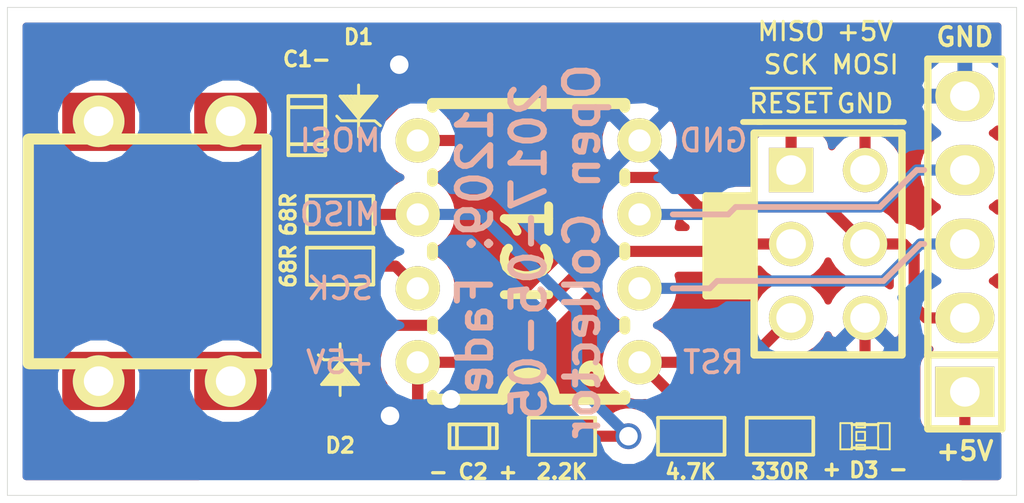
<source format=kicad_pcb>
(kicad_pcb (version 4) (host pcbnew 4.0.7)

  (general
    (links 33)
    (no_connects 0)
    (area 95.411519 85.781896 131.858005 103.161084)
    (thickness 1.6002)
    (drawings 44)
    (tracks 123)
    (zones 0)
    (modules 14)
    (nets 12)
  )

  (page A4)
  (layers
    (0 Front signal)
    (31 Back signal)
    (33 F.Adhes user)
    (35 F.Paste user)
    (36 B.SilkS user)
    (37 F.SilkS user)
    (38 B.Mask user)
    (39 F.Mask user)
    (44 Edge.Cuts user)
  )

  (setup
    (last_trace_width 0.2032)
    (user_trace_width 0.254)
    (user_trace_width 0.381)
    (user_trace_width 0.508)
    (trace_clearance 0.25654)
    (zone_clearance 0.794004)
    (zone_45_only no)
    (trace_min 0.2032)
    (segment_width 0.2)
    (edge_width 0.1)
    (via_size 0.889)
    (via_drill 0.635)
    (via_min_size 0.889)
    (via_min_drill 0.508)
    (uvia_size 0.889)
    (uvia_drill 0.635)
    (uvias_allowed no)
    (uvia_min_size 0)
    (uvia_min_drill 0)
    (pcb_text_width 0.3)
    (pcb_text_size 1.5 1.5)
    (mod_edge_width 0.381)
    (mod_text_size 1 1)
    (mod_text_width 0.15)
    (pad_size 2.49936 1.99898)
    (pad_drill 0)
    (pad_to_mask_clearance 0)
    (aux_axis_origin 96.774 102.87)
    (visible_elements 7FFFFF7F)
    (pcbplotparams
      (layerselection 0x00030_80000001)
      (usegerberextensions true)
      (excludeedgelayer false)
      (linewidth 0.150000)
      (plotframeref false)
      (viasonmask false)
      (mode 1)
      (useauxorigin false)
      (hpglpennumber 1)
      (hpglpenspeed 20)
      (hpglpendiameter 15)
      (hpglpenoverlay 2)
      (psnegative false)
      (psa4output false)
      (plotreference true)
      (plotvalue true)
      (plotinvisibletext false)
      (padsonsilk false)
      (subtractmaskfromsilk false)
      (outputformat 1)
      (mirror false)
      (drillshape 0)
      (scaleselection 1)
      (outputdirectory gerbers/))
  )

  (net 0 "")
  (net 1 +5V)
  (net 2 GND)
  (net 3 "Net-(IC1-Pad3)")
  (net 4 "Net-(IC1-Pad2)")
  (net 5 "Net-(D3-Pad2)")
  (net 6 "Net-(CON2-Pad2)")
  (net 7 "Net-(CON2-Pad3)")
  (net 8 MISO)
  (net 9 SCK)
  (net 10 MOSI)
  (net 11 RST)

  (net_class Default "This is the default net class."
    (clearance 0.25654)
    (trace_width 0.2032)
    (via_dia 0.889)
    (via_drill 0.635)
    (uvia_dia 0.889)
    (uvia_drill 0.635)
    (add_net +5V)
    (add_net GND)
    (add_net MISO)
    (add_net MOSI)
    (add_net "Net-(CON2-Pad2)")
    (add_net "Net-(CON2-Pad3)")
    (add_net "Net-(D3-Pad2)")
    (add_net "Net-(IC1-Pad2)")
    (add_net "Net-(IC1-Pad3)")
    (add_net RST)
    (add_net SCK)
  )

  (module Pin_Headers:Pin_Header_Straight_1x05 (layer Front) (tedit 555929AB) (tstamp 55559736)
    (at 129.667 94.234 90)
    (descr "1 pin")
    (tags "CONN DEV")
    (path /5555966D)
    (fp_text reference P1 (at 0 -2.286 90) (layer F.SilkS) hide
      (effects (font (size 1.27 1.27) (thickness 0.2032)))
    )
    (fp_text value CONN_5 (at 0 0 90) (layer F.SilkS) hide
      (effects (font (size 1.27 1.27) (thickness 0.2032)))
    )
    (fp_line (start -3.81 -1.27) (end 6.35 -1.27) (layer F.SilkS) (width 0.254))
    (fp_line (start 6.35 -1.27) (end 6.35 1.27) (layer F.SilkS) (width 0.254))
    (fp_line (start 6.35 1.27) (end -3.81 1.27) (layer F.SilkS) (width 0.254))
    (fp_line (start -6.35 -1.27) (end -3.81 -1.27) (layer F.SilkS) (width 0.254))
    (fp_line (start -3.81 -1.27) (end -3.81 1.27) (layer F.SilkS) (width 0.254))
    (fp_line (start -6.35 -1.27) (end -6.35 1.27) (layer F.SilkS) (width 0.254))
    (fp_line (start -6.35 1.27) (end -3.81 1.27) (layer F.SilkS) (width 0.254))
    (pad 1 thru_hole rect (at -5.08 0 90) (size 1.7272 2.032) (drill 1.016) (layers *.Cu *.Mask F.SilkS)
      (net 1 +5V))
    (pad 2 thru_hole oval (at -2.54 0 90) (size 1.7272 2.032) (drill 1.016) (layers *.Cu *.Mask F.SilkS)
      (net 10 MOSI))
    (pad 3 thru_hole oval (at 0 0 90) (size 1.7272 2.032) (drill 1.016) (layers *.Cu *.Mask F.SilkS)
      (net 4 "Net-(IC1-Pad2)"))
    (pad 4 thru_hole oval (at 2.54 0 90) (size 1.7272 2.032) (drill 1.016) (layers *.Cu *.Mask F.SilkS)
      (net 3 "Net-(IC1-Pad3)"))
    (pad 5 thru_hole oval (at 5.08 0 90) (size 1.7272 2.032) (drill 1.016) (layers *.Cu *.Mask F.SilkS)
      (net 2 GND))
    (model Pin_Headers/Pin_Header_Straight_1x05.wrl
      (at (xyz 0 0 0))
      (scale (xyz 1 1 1))
      (rotate (xyz 0 0 0))
    )
  )

  (module SM0603 (layer Front) (tedit 553F58DE) (tstamp 553F582E)
    (at 120.269 100.838)
    (path /54F7455B)
    (attr smd)
    (fp_text reference R1 (at 0 -1.143) (layer F.SilkS) hide
      (effects (font (size 0.4572 0.4572) (thickness 0.04064)))
    )
    (fp_text value 4K7 (at 0 0) (layer F.SilkS) hide
      (effects (font (size 0.508 0.4572) (thickness 0.1143)))
    )
    (fp_line (start -1.143 -0.635) (end 1.143 -0.635) (layer F.SilkS) (width 0.127))
    (fp_line (start 1.143 -0.635) (end 1.143 0.635) (layer F.SilkS) (width 0.127))
    (fp_line (start 1.143 0.635) (end -1.143 0.635) (layer F.SilkS) (width 0.127))
    (fp_line (start -1.143 0.635) (end -1.143 -0.635) (layer F.SilkS) (width 0.127))
    (pad 1 smd rect (at -0.762 0) (size 0.635 1.143) (layers Front F.Paste F.Mask)
      (net 11 RST))
    (pad 2 smd rect (at 0.762 0) (size 0.635 1.143) (layers Front F.Paste F.Mask)
      (net 1 +5V))
    (model smd\resistors\R0603.wrl
      (at (xyz 0 0 0.001))
      (scale (xyz 0.5 0.5 0.5))
      (rotate (xyz 0 0 0))
    )
  )

  (module SM0603 (layer Front) (tedit 553F5987) (tstamp 54FB9E71)
    (at 108.204 93.218 180)
    (path /54F3B76D)
    (attr smd)
    (fp_text reference R2 (at 1.4605 0 270) (layer F.SilkS) hide
      (effects (font (size 0.4572 0.4572) (thickness 0.04064)))
    )
    (fp_text value R68 (at 0 0 180) (layer F.SilkS) hide
      (effects (font (size 0.508 0.4572) (thickness 0.1143)))
    )
    (fp_line (start -1.143 -0.635) (end 1.143 -0.635) (layer F.SilkS) (width 0.127))
    (fp_line (start 1.143 -0.635) (end 1.143 0.635) (layer F.SilkS) (width 0.127))
    (fp_line (start 1.143 0.635) (end -1.143 0.635) (layer F.SilkS) (width 0.127))
    (fp_line (start -1.143 0.635) (end -1.143 -0.635) (layer F.SilkS) (width 0.127))
    (pad 1 smd rect (at -0.762 0 180) (size 0.635 1.143) (layers Front F.Paste F.Mask)
      (net 8 MISO))
    (pad 2 smd rect (at 0.762 0 180) (size 0.635 1.143) (layers Front F.Paste F.Mask)
      (net 6 "Net-(CON2-Pad2)"))
    (model smd\resistors\R0603.wrl
      (at (xyz 0 0 0.001))
      (scale (xyz 0.5 0.5 0.5))
      (rotate (xyz 0 0 0))
    )
  )

  (module SM0603 (layer Front) (tedit 553F5984) (tstamp 54FB9E7C)
    (at 108.204 94.996 180)
    (path /54F3B760)
    (attr smd)
    (fp_text reference R3 (at 1.4605 0 270) (layer F.SilkS) hide
      (effects (font (size 0.4572 0.4572) (thickness 0.04064)))
    )
    (fp_text value R68 (at 0 0 180) (layer F.SilkS) hide
      (effects (font (size 0.508 0.4572) (thickness 0.1143)))
    )
    (fp_line (start -1.143 -0.635) (end 1.143 -0.635) (layer F.SilkS) (width 0.127))
    (fp_line (start 1.143 -0.635) (end 1.143 0.635) (layer F.SilkS) (width 0.127))
    (fp_line (start 1.143 0.635) (end -1.143 0.635) (layer F.SilkS) (width 0.127))
    (fp_line (start -1.143 0.635) (end -1.143 -0.635) (layer F.SilkS) (width 0.127))
    (pad 1 smd rect (at -0.762 0 180) (size 0.635 1.143) (layers Front F.Paste F.Mask)
      (net 9 SCK))
    (pad 2 smd rect (at 0.762 0 180) (size 0.635 1.143) (layers Front F.Paste F.Mask)
      (net 7 "Net-(CON2-Pad3)"))
    (model smd\resistors\R0603.wrl
      (at (xyz 0 0 0.001))
      (scale (xyz 0.5 0.5 0.5))
      (rotate (xyz 0 0 0))
    )
  )

  (module AVR-ISP-6 (layer Front) (tedit 553F08A2) (tstamp 54FACBCF)
    (at 124.968 94.234 270)
    (descr "Double rangee de contacts 2 x 4 pins")
    (tags CONN)
    (path /5568B1ED)
    (fp_text reference CON1 (at 0 -3.429 270) (layer F.SilkS) hide
      (effects (font (size 0.4572 0.4572) (thickness 0.1143)))
    )
    (fp_text value AVR-ISP-6 (at 0 5.334 270) (layer F.SilkS) hide
      (effects (font (size 1.016 1.016) (thickness 0.2032)))
    )
    (fp_line (start -0.508 2.794) (end -0.508 3.8735) (layer F.SilkS) (width 0.635))
    (fp_line (start -0.9525 2.8575) (end -0.9525 3.937) (layer F.SilkS) (width 0.635))
    (fp_line (start -1.397 2.7305) (end -1.397 3.8735) (layer F.SilkS) (width 0.635))
    (fp_line (start 0 2.794) (end 0 3.937) (layer F.SilkS) (width 0.635))
    (fp_line (start 0.508 2.7305) (end 0.508 3.937) (layer F.SilkS) (width 0.635))
    (fp_line (start 1.016 2.7305) (end 1.016 3.937) (layer F.SilkS) (width 0.635))
    (fp_line (start 1.524 2.7305) (end 1.524 3.937) (layer F.SilkS) (width 0.635))
    (fp_line (start -1.651 2.667) (end -1.651 2.794) (layer F.SilkS) (width 0.254))
    (fp_line (start 1.778 2.794) (end 1.778 3.048) (layer F.SilkS) (width 0.254))
    (fp_line (start -1.651 4.191) (end -1.651 2.667) (layer F.SilkS) (width 0.254))
    (fp_line (start -1.651 4.191) (end 1.778 4.191) (layer F.SilkS) (width 0.254))
    (fp_line (start 1.778 4.191) (end 1.778 2.667) (layer F.SilkS) (width 0.254))
    (fp_line (start 3.81 2.54) (end -3.81 2.54) (layer F.SilkS) (width 0.254))
    (fp_line (start -3.81 -2.54) (end 3.81 -2.54) (layer F.SilkS) (width 0.254))
    (fp_line (start 3.81 -2.54) (end 3.81 2.54) (layer F.SilkS) (width 0.254))
    (fp_line (start -3.81 2.54) (end -3.81 -2.54) (layer F.SilkS) (width 0.254))
    (pad 1 thru_hole rect (at -2.54 1.27 270) (size 1.524 1.524) (drill 1.016) (layers *.Cu *.Mask F.SilkS)
      (net 8 MISO))
    (pad 2 thru_hole circle (at -2.54 -1.27 270) (size 1.524 1.524) (drill 1.016) (layers *.Cu *.Mask F.SilkS)
      (net 1 +5V))
    (pad 3 thru_hole circle (at 0 1.27 270) (size 1.524 1.524) (drill 1.016) (layers *.Cu *.Mask F.SilkS)
      (net 9 SCK))
    (pad 4 thru_hole circle (at 0 -1.27 270) (size 1.524 1.524) (drill 1.016) (layers *.Cu *.Mask F.SilkS)
      (net 10 MOSI))
    (pad 5 thru_hole circle (at 2.54 1.27 270) (size 1.524 1.524) (drill 1.016) (layers *.Cu *.Mask F.SilkS)
      (net 11 RST))
    (pad 6 thru_hole circle (at 2.54 -1.27 270) (size 1.524 1.524) (drill 1.016) (layers *.Cu *.Mask F.SilkS)
      (net 2 GND))
    (model pin_array/pins_array_3x2.wrl
      (at (xyz 0 0 0))
      (scale (xyz 1 1 1))
      (rotate (xyz 0 0 0))
    )
  )

  (module Cherry:BZT52C3V6-E3-08 (layer Front) (tedit 55592C07) (tstamp 54FABBD9)
    (at 108.204 98.425 90)
    (path /54FCF456)
    (fp_text reference D2 (at -2.7305 0 180) (layer F.SilkS)
      (effects (font (size 0.508 0.508) (thickness 0.1143)))
    )
    (fp_text value ZENER (at 0 4.191 90) (layer F.SilkS) hide
      (effects (font (thickness 0.3048)))
    )
    (fp_line (start 0.2159 -0.5588) (end 0.381 -0.7493) (layer F.SilkS) (width 0.1))
    (fp_line (start 0.2032 0.6096) (end 0.0508 0.7493) (layer F.SilkS) (width 0.1))
    (fp_line (start -0.127 -0.1905) (end -0.127 -0.0635) (layer F.SilkS) (width 0.1))
    (fp_line (start 0 -0.0635) (end -0.1905 -0.0635) (layer F.SilkS) (width 0.1))
    (fp_line (start -0.1905 -0.254) (end -0.1905 -0.0635) (layer F.SilkS) (width 0.1))
    (fp_line (start -0.254 0) (end -0.254 -0.254) (layer F.SilkS) (width 0.1))
    (fp_line (start -0.3175 -0.3175) (end -0.3175 -0.0635) (layer F.SilkS) (width 0.1))
    (fp_line (start -0.381 -0.0635) (end -0.381 -0.381) (layer F.SilkS) (width 0.1))
    (fp_line (start -0.4445 -0.4445) (end -0.4445 -0.0635) (layer F.SilkS) (width 0.1))
    (fp_line (start -0.5715 -0.0635) (end -0.5715 -0.508) (layer F.SilkS) (width 0.1))
    (fp_line (start -0.508 0) (end -0.508 -0.508) (layer F.SilkS) (width 0.1))
    (fp_line (start 0.127 0) (end -0.635 -0.635) (layer F.SilkS) (width 0.1))
    (fp_line (start -0.635 -0.635) (end -0.635 0) (layer F.SilkS) (width 0.1))
    (fp_line (start -0.508 0) (end -0.635 0.254) (layer F.SilkS) (width 0.1))
    (fp_line (start -0.635 0.635) (end -0.635 0) (layer F.SilkS) (width 0.1))
    (fp_line (start -0.381 0) (end -0.635 0.127) (layer F.SilkS) (width 0.1))
    (fp_line (start -0.635 0.254) (end -0.254 0) (layer F.SilkS) (width 0.1))
    (fp_line (start -0.127 0) (end -0.635 0.381) (layer F.SilkS) (width 0.1))
    (fp_line (start -0.635 0.508) (end 0 0) (layer F.SilkS) (width 0.1))
    (fp_line (start 0.127 0) (end -0.635 0.635) (layer F.SilkS) (width 0.1))
    (fp_line (start -0.635 0) (end 0.127 0) (layer F.SilkS) (width 0.1))
    (fp_line (start 0.254 0) (end 0.762 0) (layer F.SilkS) (width 0.1))
    (fp_line (start -0.635 0) (end -1.016 0) (layer F.SilkS) (width 0.1))
    (fp_line (start 0.21336 0.59944) (end 0.21336 -0.55118) (layer F.SilkS) (width 0.1))
    (pad 1 smd rect (at -1.7145 0 90) (size 0.8509 0.8509) (layers Front F.Paste F.Mask)
      (net 2 GND))
    (pad 2 smd rect (at 1.63576 0 90) (size 0.8509 0.8509) (layers Front F.Paste F.Mask)
      (net 9 SCK))
  )

  (module Cherry:BZT52C3V6-E3-08 (layer Front) (tedit 55592C0D) (tstamp 54FABBCA)
    (at 108.839 89.789 270)
    (path /54FCF204)
    (fp_text reference D1 (at -2.667 0 360) (layer F.SilkS)
      (effects (font (size 0.508 0.508) (thickness 0.1143)))
    )
    (fp_text value ZENER (at 0 1.27 270) (layer F.SilkS) hide
      (effects (font (size 0.508 0.4572) (thickness 0.1143)))
    )
    (fp_line (start 0.2159 -0.5588) (end 0.381 -0.7493) (layer F.SilkS) (width 0.1))
    (fp_line (start 0.2032 0.6096) (end 0.0508 0.7493) (layer F.SilkS) (width 0.1))
    (fp_line (start -0.127 -0.1905) (end -0.127 -0.0635) (layer F.SilkS) (width 0.1))
    (fp_line (start 0 -0.0635) (end -0.1905 -0.0635) (layer F.SilkS) (width 0.1))
    (fp_line (start -0.1905 -0.254) (end -0.1905 -0.0635) (layer F.SilkS) (width 0.1))
    (fp_line (start -0.254 0) (end -0.254 -0.254) (layer F.SilkS) (width 0.1))
    (fp_line (start -0.3175 -0.3175) (end -0.3175 -0.0635) (layer F.SilkS) (width 0.1))
    (fp_line (start -0.381 -0.0635) (end -0.381 -0.381) (layer F.SilkS) (width 0.1))
    (fp_line (start -0.4445 -0.4445) (end -0.4445 -0.0635) (layer F.SilkS) (width 0.1))
    (fp_line (start -0.5715 -0.0635) (end -0.5715 -0.508) (layer F.SilkS) (width 0.1))
    (fp_line (start -0.508 0) (end -0.508 -0.508) (layer F.SilkS) (width 0.1))
    (fp_line (start 0.127 0) (end -0.635 -0.635) (layer F.SilkS) (width 0.1))
    (fp_line (start -0.635 -0.635) (end -0.635 0) (layer F.SilkS) (width 0.1))
    (fp_line (start -0.508 0) (end -0.635 0.254) (layer F.SilkS) (width 0.1))
    (fp_line (start -0.635 0.635) (end -0.635 0) (layer F.SilkS) (width 0.1))
    (fp_line (start -0.381 0) (end -0.635 0.127) (layer F.SilkS) (width 0.1))
    (fp_line (start -0.635 0.254) (end -0.254 0) (layer F.SilkS) (width 0.1))
    (fp_line (start -0.127 0) (end -0.635 0.381) (layer F.SilkS) (width 0.1))
    (fp_line (start -0.635 0.508) (end 0 0) (layer F.SilkS) (width 0.1))
    (fp_line (start 0.127 0) (end -0.635 0.635) (layer F.SilkS) (width 0.1))
    (fp_line (start -0.635 0) (end 0.127 0) (layer F.SilkS) (width 0.1))
    (fp_line (start 0.254 0) (end 0.762 0) (layer F.SilkS) (width 0.1))
    (fp_line (start -0.635 0) (end -1.016 0) (layer F.SilkS) (width 0.1))
    (fp_line (start 0.21336 0.59944) (end 0.21336 -0.55118) (layer F.SilkS) (width 0.1))
    (pad 1 smd rect (at -1.7145 0 270) (size 0.8509 0.8509) (layers Front F.Paste F.Mask)
      (net 2 GND))
    (pad 2 smd rect (at 1.63576 0 270) (size 0.8509 0.8509) (layers Front F.Paste F.Mask)
      (net 8 MISO))
  )

  (module Power_Integrations:PDIP-8 (layer Front) (tedit 5503A4BC) (tstamp 5503A2D2)
    (at 114.681 94.488 90)
    (descr "PDIP-8 Standard 300mil 8pin Dual In Line Package")
    (tags "Power Integrations P Package")
    (path /54F2CCCD)
    (fp_text reference IC1 (at 0 0 90) (layer F.SilkS)
      (effects (font (thickness 0.3048)))
    )
    (fp_text value ATTINY85-P (at 0 0 90) (layer F.SilkS) hide
      (effects (font (thickness 0.3048)))
    )
    (fp_line (start -5.08 0.889) (end -5.08 3.302) (layer F.SilkS) (width 0.381))
    (fp_line (start -5.08 -0.889) (end -5.08 -3.302) (layer F.SilkS) (width 0.381))
    (fp_arc (start -5.08 0) (end -4.191 0) (angle 90) (layer F.SilkS) (width 0.381))
    (fp_arc (start -5.08 0) (end -5.08 -0.889) (angle 90) (layer F.SilkS) (width 0.381))
    (fp_circle (center -4.191 2.159) (end -3.937 2.159) (layer F.SilkS) (width 0.381))
    (fp_line (start 5.08 3.302) (end 4.953 3.302) (layer F.SilkS) (width 0.381))
    (fp_line (start 2.413 3.302) (end 2.667 3.302) (layer F.SilkS) (width 0.381))
    (fp_line (start -0.127 3.302) (end 0.127 3.302) (layer F.SilkS) (width 0.381))
    (fp_line (start -2.667 3.302) (end -2.413 3.302) (layer F.SilkS) (width 0.381))
    (fp_line (start -5.08 3.302) (end -4.953 3.302) (layer F.SilkS) (width 0.381))
    (fp_line (start -5.08 -3.302) (end -4.953 -3.302) (layer F.SilkS) (width 0.381))
    (fp_line (start 5.08 -3.302) (end 4.953 -3.302) (layer F.SilkS) (width 0.381))
    (fp_line (start 2.413 -3.302) (end 2.667 -3.302) (layer F.SilkS) (width 0.381))
    (fp_line (start -0.127 -3.302) (end 0.127 -3.302) (layer F.SilkS) (width 0.381))
    (fp_line (start -2.667 -3.302) (end -2.413 -3.302) (layer F.SilkS) (width 0.381))
    (fp_line (start 5.08 3.302) (end 5.08 -3.302) (layer F.SilkS) (width 0.381))
    (pad 1 thru_hole circle (at -3.81 3.81 90) (size 1.524 1.524) (drill 0.762) (layers *.Cu *.Mask F.SilkS)
      (net 11 RST))
    (pad 2 thru_hole circle (at -1.27 3.81 90) (size 1.524 1.524) (drill 0.762) (layers *.Cu *.Mask F.SilkS)
      (net 4 "Net-(IC1-Pad2)"))
    (pad 3 thru_hole circle (at 1.27 3.81 90) (size 1.524 1.524) (drill 0.762) (layers *.Cu *.Mask F.SilkS)
      (net 3 "Net-(IC1-Pad3)"))
    (pad 4 thru_hole circle (at 3.81 3.81 90) (size 1.524 1.524) (drill 0.762) (layers *.Cu *.Mask F.SilkS)
      (net 2 GND))
    (pad 5 thru_hole circle (at 3.81 -3.81 90) (size 1.524 1.524) (drill 0.762) (layers *.Cu *.Mask F.SilkS)
      (net 10 MOSI))
    (pad 6 thru_hole circle (at 1.27 -3.81 90) (size 1.524 1.524) (drill 0.762) (layers *.Cu *.Mask F.SilkS)
      (net 8 MISO))
    (pad 7 thru_hole circle (at -1.27 -3.81 90) (size 1.524 1.524) (drill 0.762) (layers *.Cu *.Mask F.SilkS)
      (net 9 SCK))
    (pad 8 thru_hole circle (at -3.81 -3.81 90) (size 1.524 1.524) (drill 0.762) (layers *.Cu *.Mask F.SilkS)
      (net 1 +5V))
  )

  (module Capacitors_SMD:c_0603 (layer Front) (tedit 553F5943) (tstamp 553D42F5)
    (at 112.776 100.838)
    (descr "SMT capacitor, 0603")
    (path /553CD788)
    (fp_text reference C1 (at 0 1.0795) (layer F.SilkS) hide
      (effects (font (size 0.4572 0.4572) (thickness 0.04064)))
    )
    (fp_text value C (at 0 0.635) (layer F.SilkS) hide
      (effects (font (size 0.20066 0.20066) (thickness 0.04064)))
    )
    (fp_line (start 0.5588 0.4064) (end 0.5588 -0.4064) (layer F.SilkS) (width 0.127))
    (fp_line (start -0.5588 -0.381) (end -0.5588 0.4064) (layer F.SilkS) (width 0.127))
    (fp_line (start -0.8128 -0.4064) (end 0.8128 -0.4064) (layer F.SilkS) (width 0.127))
    (fp_line (start 0.8128 -0.4064) (end 0.8128 0.4064) (layer F.SilkS) (width 0.127))
    (fp_line (start 0.8128 0.4064) (end -0.8128 0.4064) (layer F.SilkS) (width 0.127))
    (fp_line (start -0.8128 0.4064) (end -0.8128 -0.4064) (layer F.SilkS) (width 0.127))
    (pad 1 smd rect (at 0.75184 0) (size 0.89916 1.00076) (layers Front F.Paste F.Mask)
      (net 1 +5V))
    (pad 2 smd rect (at -0.75184 0) (size 0.89916 1.00076) (layers Front F.Paste F.Mask)
      (net 2 GND))
    (model smd/capacitors/c_0603.wrl
      (at (xyz 0 0 0))
      (scale (xyz 1 1 1))
      (rotate (xyz 0 0 0))
    )
  )

  (module SMD_Packages:SM0603 (layer Front) (tedit 553F592A) (tstamp 553D42E8)
    (at 115.824 100.838 180)
    (path /553CB128)
    (attr smd)
    (fp_text reference R4 (at 0 -1.0795 180) (layer F.SilkS) hide
      (effects (font (size 0.4572 0.4572) (thickness 0.04064)))
    )
    (fp_text value R2K2 (at 0 0 180) (layer F.SilkS) hide
      (effects (font (size 0.508 0.4572) (thickness 0.1143)))
    )
    (fp_line (start -1.143 -0.635) (end 1.143 -0.635) (layer F.SilkS) (width 0.127))
    (fp_line (start 1.143 -0.635) (end 1.143 0.635) (layer F.SilkS) (width 0.127))
    (fp_line (start 1.143 0.635) (end -1.143 0.635) (layer F.SilkS) (width 0.127))
    (fp_line (start -1.143 0.635) (end -1.143 -0.635) (layer F.SilkS) (width 0.127))
    (pad 1 smd rect (at -0.762 0 180) (size 0.635 1.143) (layers Front F.Paste F.Mask)
      (net 8 MISO))
    (pad 2 smd rect (at 0.762 0 180) (size 0.635 1.143) (layers Front F.Paste F.Mask)
      (net 1 +5V))
    (model smd\resistors\R0603.wrl
      (at (xyz 0 0 0.001))
      (scale (xyz 0.5 0.5 0.5))
      (rotate (xyz 0 0 0))
    )
  )

  (module LEDs:LED-0603 (layer Front) (tedit 5555026B) (tstamp 553DED17)
    (at 126.238 100.838 180)
    (descr "LED 0603 smd package")
    (tags "LED led 0603 SMD smd SMT smt smdled SMDLED smtled SMTLED")
    (path /553DE7F4)
    (attr smd)
    (fp_text reference D3 (at 0 -1.016 180) (layer F.SilkS) hide
      (effects (font (size 0.4572 0.4572) (thickness 0.04064)))
    )
    (fp_text value LED (at 0.127 1.397 180) (layer F.SilkS) hide
      (effects (font (size 0.889 0.889) (thickness 0.2032)))
    )
    (fp_line (start 0.44958 -0.44958) (end 0.44958 0.44958) (layer F.SilkS) (width 0.06604))
    (fp_line (start 0.44958 0.44958) (end 0.84836 0.44958) (layer F.SilkS) (width 0.06604))
    (fp_line (start 0.84836 -0.44958) (end 0.84836 0.44958) (layer F.SilkS) (width 0.06604))
    (fp_line (start 0.44958 -0.44958) (end 0.84836 -0.44958) (layer F.SilkS) (width 0.06604))
    (fp_line (start -0.84836 -0.44958) (end -0.84836 0.44958) (layer F.SilkS) (width 0.06604))
    (fp_line (start -0.84836 0.44958) (end -0.44958 0.44958) (layer F.SilkS) (width 0.06604))
    (fp_line (start -0.44958 -0.44958) (end -0.44958 0.44958) (layer F.SilkS) (width 0.06604))
    (fp_line (start -0.84836 -0.44958) (end -0.44958 -0.44958) (layer F.SilkS) (width 0.06604))
    (fp_line (start 0 -0.44958) (end 0 -0.29972) (layer F.SilkS) (width 0.06604))
    (fp_line (start 0 -0.29972) (end 0.29972 -0.29972) (layer F.SilkS) (width 0.06604))
    (fp_line (start 0.29972 -0.44958) (end 0.29972 -0.29972) (layer F.SilkS) (width 0.06604))
    (fp_line (start 0 -0.44958) (end 0.29972 -0.44958) (layer F.SilkS) (width 0.06604))
    (fp_line (start 0 0.29972) (end 0 0.44958) (layer F.SilkS) (width 0.06604))
    (fp_line (start 0 0.44958) (end 0.29972 0.44958) (layer F.SilkS) (width 0.06604))
    (fp_line (start 0.29972 0.29972) (end 0.29972 0.44958) (layer F.SilkS) (width 0.06604))
    (fp_line (start 0 0.29972) (end 0.29972 0.29972) (layer F.SilkS) (width 0.06604))
    (fp_line (start 0 -0.14986) (end 0 0.14986) (layer F.SilkS) (width 0.06604))
    (fp_line (start 0 0.14986) (end 0.29972 0.14986) (layer F.SilkS) (width 0.06604))
    (fp_line (start 0.29972 -0.14986) (end 0.29972 0.14986) (layer F.SilkS) (width 0.06604))
    (fp_line (start 0 -0.14986) (end 0.29972 -0.14986) (layer F.SilkS) (width 0.06604))
    (fp_line (start 0.44958 -0.39878) (end -0.44958 -0.39878) (layer F.SilkS) (width 0.1016))
    (fp_line (start 0.44958 0.39878) (end -0.44958 0.39878) (layer F.SilkS) (width 0.1016))
    (pad 1 smd rect (at -0.7493 0 180) (size 0.79756 0.79756) (layers Front F.Paste F.Mask)
      (net 2 GND))
    (pad 2 smd rect (at 0.7493 0 180) (size 0.79756 0.79756) (layers Front F.Paste F.Mask)
      (net 5 "Net-(D3-Pad2)"))
  )

  (module SMD_Packages:SM0603 (layer Front) (tedit 553F58D8) (tstamp 553DED21)
    (at 123.317 100.838 180)
    (path /553DE806)
    (attr smd)
    (fp_text reference R5 (at -0.0635 -1.143 180) (layer F.SilkS) hide
      (effects (font (size 0.4572 0.4572) (thickness 0.04064)))
    )
    (fp_text value R330 (at 0 0 180) (layer F.SilkS) hide
      (effects (font (size 0.508 0.4572) (thickness 0.1143)))
    )
    (fp_line (start -1.143 -0.635) (end 1.143 -0.635) (layer F.SilkS) (width 0.127))
    (fp_line (start 1.143 -0.635) (end 1.143 0.635) (layer F.SilkS) (width 0.127))
    (fp_line (start 1.143 0.635) (end -1.143 0.635) (layer F.SilkS) (width 0.127))
    (fp_line (start -1.143 0.635) (end -1.143 -0.635) (layer F.SilkS) (width 0.127))
    (pad 1 smd rect (at -0.762 0 180) (size 0.635 1.143) (layers Front F.Paste F.Mask)
      (net 5 "Net-(D3-Pad2)"))
    (pad 2 smd rect (at 0.762 0 180) (size 0.635 1.143) (layers Front F.Paste F.Mask)
      (net 1 +5V))
    (model smd\resistors\R0603.wrl
      (at (xyz 0 0 0.001))
      (scale (xyz 0.5 0.5 0.5))
      (rotate (xyz 0 0 0))
    )
  )

  (module Capacitors_SMD:c_0805 (layer Front) (tedit 55565995) (tstamp 553D3856)
    (at 107.061 90.17 270)
    (descr "SMT capacitor, 0805")
    (path /553CE08B)
    (fp_text reference C2 (at 0 -0.9906 270) (layer F.SilkS) hide
      (effects (font (size 0.29972 0.29972) (thickness 0.06096)))
    )
    (fp_text value C (at 0 0.9906 270) (layer F.SilkS) hide
      (effects (font (size 0.29972 0.29972) (thickness 0.06096)))
    )
    (fp_line (start 0.635 -0.635) (end 0.635 0.635) (layer F.SilkS) (width 0.127))
    (fp_line (start -0.635 -0.635) (end -0.635 0.6096) (layer F.SilkS) (width 0.127))
    (fp_line (start -1.016 -0.635) (end 1.016 -0.635) (layer F.SilkS) (width 0.127))
    (fp_line (start 1.016 -0.635) (end 1.016 0.635) (layer F.SilkS) (width 0.127))
    (fp_line (start 1.016 0.635) (end -1.016 0.635) (layer F.SilkS) (width 0.127))
    (fp_line (start -1.016 0.635) (end -1.016 -0.635) (layer F.SilkS) (width 0.127))
    (pad 1 smd rect (at 0.9525 0 270) (size 1.30048 1.4986) (layers Front F.Paste F.Mask)
      (net 1 +5V))
    (pad 2 smd rect (at -0.9525 0 270) (size 1.30048 1.4986) (layers Front F.Paste F.Mask)
      (net 2 GND))
    (model smd/capacitors/c_0805.wrl
      (at (xyz 0 0 0))
      (scale (xyz 1 1 1))
      (rotate (xyz 0 0 0))
    )
  )

  (module Cherry:USB_MINI_B_SMT (layer Front) (tedit 555930B6) (tstamp 5554ECF7)
    (at 101.092 94.488)
    (descr "USB Mini-B 5-pin SMD connector")
    (tags "USB, Mini-B, connector")
    (path /54F38472)
    (fp_text reference CON2 (at 0 6.90118) (layer F.SilkS) hide
      (effects (font (size 1.016 1.016) (thickness 0.2032)))
    )
    (fp_text value USB-MINI-B (at 0 -7.0993) (layer F.SilkS) hide
      (effects (font (size 1.016 1.016) (thickness 0.2032)))
    )
    (fp_line (start -3.556 3.8608) (end 4.572 3.8608) (layer F.SilkS) (width 0.381))
    (fp_line (start -3.556 -3.8608) (end 4.572 -3.8608) (layer F.SilkS) (width 0.381))
    (fp_line (start -3.59918 -3.85064) (end -3.59918 3.85064) (layer F.SilkS) (width 0.381))
    (fp_line (start 4.59994 3.85064) (end 4.59994 -3.85064) (layer F.SilkS) (width 0.381))
    (pad 1 smd rect (at 3.44932 -1.6002) (size 2.30124 0.50038) (layers Front F.Paste F.Mask)
      (net 1 +5V))
    (pad 2 smd rect (at 3.44932 -0.8001) (size 2.30124 0.50038) (layers Front F.Paste F.Mask)
      (net 6 "Net-(CON2-Pad2)"))
    (pad 3 smd rect (at 3.44932 0) (size 2.30124 0.50038) (layers Front F.Paste F.Mask)
      (net 7 "Net-(CON2-Pad3)"))
    (pad 4 smd rect (at 3.44932 0.8001) (size 2.30124 0.50038) (layers Front F.Paste F.Mask)
      (net 2 GND))
    (pad 5 smd rect (at 3.44932 1.6002) (size 2.30124 0.50038) (layers Front F.Paste F.Mask)
      (net 2 GND))
    (pad 6 smd rect (at 3.35026 -4.45008) (size 2.49936 1.99898) (layers Front F.Paste F.Mask))
    (pad 7 smd rect (at -1.1837 -4.45008) (size 2.49936 1.99898) (layers Front F.Paste F.Mask))
    (pad 8 smd rect (at 3.35026 4.45008) (size 2.49936 1.99898) (layers Front F.Paste F.Mask))
    (pad 9 smd rect (at -1.1837 4.45008) (size 2.49936 1.99898) (layers Front F.Paste F.Mask))
    (pad 11 thru_hole circle (at -1.1837 -4.4704) (size 1.778 1.778) (drill 1.016) (layers *.Cu *.Mask F.SilkS))
    (pad 12 thru_hole circle (at 3.3528 -4.4704) (size 1.778 1.778) (drill 1.016) (layers *.Cu *.Mask F.SilkS))
    (pad 13 thru_hole circle (at -1.1837 4.4577) (size 1.778 1.778) (drill 1.016) (layers *.Cu *.Mask F.SilkS))
    (pad 14 thru_hole circle (at 3.3528 4.4577) (size 1.778 1.778) (drill 1.016) (layers *.Cu *.Mask F.SilkS))
  )

  (gr_line (start 128.143 94.234) (end 128.27 94.234) (angle 90) (layer B.SilkS) (width 0.2))
  (gr_line (start 126.873 95.504) (end 128.143 94.234) (angle 90) (layer B.SilkS) (width 0.2))
  (gr_line (start 126.746 95.504) (end 126.873 95.504) (angle 90) (layer B.SilkS) (width 0.2))
  (gr_line (start 121.158 95.504) (end 126.746 95.504) (angle 90) (layer B.SilkS) (width 0.2))
  (gr_line (start 120.904 95.758) (end 121.158 95.504) (angle 90) (layer B.SilkS) (width 0.2))
  (gr_line (start 119.634 95.758) (end 120.904 95.758) (angle 90) (layer B.SilkS) (width 0.2))
  (gr_line (start 128.016 91.694) (end 128.27 91.694) (angle 90) (layer B.SilkS) (width 0.2))
  (gr_line (start 126.746 92.964) (end 128.016 91.694) (angle 90) (layer B.SilkS) (width 0.2))
  (gr_line (start 126.619 92.964) (end 126.746 92.964) (angle 90) (layer B.SilkS) (width 0.2))
  (gr_line (start 121.793 92.964) (end 126.619 92.964) (angle 90) (layer B.SilkS) (width 0.2))
  (gr_line (start 121.539 93.218) (end 119.634 93.218) (angle 90) (layer B.SilkS) (width 0.2))
  (gr_line (start 121.793 92.964) (end 121.539 93.218) (angle 90) (layer B.SilkS) (width 0.2))
  (gr_text RST (at 121.031 98.298) (layer B.SilkS)
    (effects (font (size 0.762 0.762) (thickness 0.127)) (justify mirror))
  )
  (gr_text GND (at 121.031 90.678) (layer B.SilkS)
    (effects (font (size 0.762 0.762) (thickness 0.127)) (justify mirror))
  )
  (gr_text +5V (at 108.204 98.298) (layer B.SilkS)
    (effects (font (size 0.762 0.762) (thickness 0.127)) (justify mirror))
  )
  (gr_text SCK (at 108.204 95.758) (layer B.SilkS)
    (effects (font (size 0.762 0.762) (thickness 0.127)) (justify mirror))
  )
  (gr_text MISO (at 108.204 93.218) (layer B.SilkS)
    (effects (font (size 0.762 0.762) (thickness 0.127)) (justify mirror))
  )
  (gr_text MOSI (at 108.204 90.678) (layer B.SilkS)
    (effects (font (size 0.762 0.762) (thickness 0.127)) (justify mirror))
  )
  (gr_text D3 (at 126.2 102) (layer F.SilkS)
    (effects (font (size 0.508 0.508) (thickness 0.1143)))
  )
  (gr_line (start 127.5715 90.043) (end 127.254 90.043) (angle 90) (layer F.SilkS) (width 0.2))
  (gr_line (start 122.047 90.043) (end 122.682 90.043) (angle 90) (layer F.SilkS) (width 0.2))
  (gr_line (start 122.555 90.043) (end 127.3175 90.043) (angle 90) (layer F.SilkS) (width 0.2))
  (gr_text +5V (at 129.667 101.346) (layer F.SilkS)
    (effects (font (size 0.635 0.635) (thickness 0.127)))
  )
  (gr_text GND (at 129.667 87.122) (layer F.SilkS)
    (effects (font (size 0.635 0.635) (thickness 0.127)))
  )
  (gr_text ~RESET (at 123.698 89.408) (layer F.SilkS)
    (effects (font (size 0.635 0.635) (thickness 0.1016)))
  )
  (gr_text SCK (at 123.698 88.0745) (layer F.SilkS) (tstamp 55591407)
    (effects (font (size 0.635 0.635) (thickness 0.1016)))
  )
  (gr_text MISO (at 123.698 86.9315) (layer F.SilkS) (tstamp 55591403)
    (effects (font (size 0.635 0.635) (thickness 0.1016)))
  )
  (gr_text GND (at 126.238 89.408) (layer F.SilkS) (tstamp 55591414)
    (effects (font (size 0.635 0.635) (thickness 0.1016)))
  )
  (gr_text MOSI (at 126.238 88.0745) (layer F.SilkS)
    (effects (font (size 0.635 0.635) (thickness 0.1016)))
  )
  (gr_text +5V (at 126.238 86.9315) (layer F.SilkS) (tstamp 555505EF)
    (effects (font (size 0.635 0.635) (thickness 0.1016)))
  )
  (gr_text C1- (at 107.061 87.884) (layer F.SilkS)
    (effects (font (size 0.508 0.508) (thickness 0.1143)))
  )
  (gr_text 68R (at 106.426 94.996 90) (layer F.SilkS)
    (effects (font (size 0.508 0.508) (thickness 0.1143)))
  )
  (gr_text 68R (at 106.426 93.218 90) (layer F.SilkS) (tstamp 553F59A2)
    (effects (font (size 0.508 0.508) (thickness 0.1143)))
  )
  (gr_text "- C2 +" (at 112.776 102.0572) (layer F.SilkS)
    (effects (font (size 0.508 0.508) (thickness 0.1143)))
  )
  (gr_text 2.2K (at 115.824 102.0572) (layer F.SilkS)
    (effects (font (size 0.508 0.508) (thickness 0.1143)))
  )
  (gr_text - (at 127.381 101.9556) (layer F.SilkS)
    (effects (font (size 0.508 0.508) (thickness 0.1143)))
  )
  (gr_text + (at 125.095 101.9556) (layer F.SilkS)
    (effects (font (size 0.508 0.508) (thickness 0.1143)))
  )
  (gr_text 330R (at 123.317 102.0445) (layer F.SilkS)
    (effects (font (size 0.508 0.508) (thickness 0.1143)))
  )
  (gr_text 4.7K (at 120.2436 102.0572) (layer F.SilkS)
    (effects (font (size 0.508 0.508) (thickness 0.1143)))
  )
  (gr_line (start 131.445 86.106) (end 96.774 86.106) (angle 90) (layer Edge.Cuts) (width 0.0254))
  (gr_line (start 96.774 102.87) (end 131.445 102.87) (angle 90) (layer Edge.Cuts) (width 0.0254))
  (gr_line (start 131.445 86.106) (end 131.445 102.87) (angle 90) (layer Edge.Cuts) (width 0.0254))
  (gr_text "1209: Fade\n2017-05-05\nOpen Collector" (at 114.681 94.488 90) (layer B.SilkS)
    (effects (font (size 1.143 1.143) (thickness 0.20955)) (justify mirror))
  )
  (gr_line (start 96.774 102.87) (end 96.774 86.106) (angle 90) (layer Edge.Cuts) (width 0.0254))

  (segment (start 122.555 100.838) (end 121.031 100.838) (width 0.381) (layer Front) (net 1))
  (segment (start 107.442 86.995) (end 110.744 86.995) (width 0.381) (layer Front) (net 1))
  (segment (start 110.744 86.995) (end 111.8235 88.0745) (width 0.381) (layer Front) (net 1) (tstamp 556B7A77))
  (segment (start 111.8235 88.0745) (end 123.952 88.0745) (width 0.381) (layer Front) (net 1) (tstamp 556B7A8A))
  (segment (start 123.952 88.0745) (end 126.238 90.3605) (width 0.381) (layer Front) (net 1) (tstamp 556B7A95))
  (segment (start 126.238 90.3605) (end 126.238 91.694) (width 0.381) (layer Front) (net 1) (tstamp 556B7A9E))
  (segment (start 103.251 86.995) (end 102.108 88.138) (width 0.381) (layer Front) (net 1))
  (segment (start 107.442 86.995) (end 107.315 86.995) (width 0.381) (layer Front) (net 1))
  (segment (start 107.315 86.995) (end 103.251 86.995) (width 0.381) (layer Front) (net 1) (tstamp 556B7A46))
  (segment (start 102.108 93.726) (end 102.108 88.138) (width 0.381) (layer Front) (net 1) (tstamp 555938CB))
  (segment (start 104.54132 92.8878) (end 106.1212 92.8878) (width 0.381) (layer Front) (net 1))
  (segment (start 107.061 91.948) (end 107.061 91.1225) (width 0.381) (layer Front) (net 1) (tstamp 556B8B61))
  (segment (start 106.1212 92.8878) (end 107.061 91.948) (width 0.381) (layer Front) (net 1) (tstamp 556B8B5E))
  (segment (start 104.54132 92.8878) (end 102.9462 92.8878) (width 0.381) (layer Front) (net 1))
  (segment (start 102.108 93.726) (end 102.9462 92.8878) (width 0.381) (layer Front) (net 1) (tstamp 555938C7))
  (segment (start 110.871 98.298) (end 112.522 98.298) (width 0.381) (layer Front) (net 1))
  (segment (start 113.52784 99.30384) (end 113.52784 100.838) (width 0.381) (layer Front) (net 1) (tstamp 553D43B5))
  (segment (start 112.522 98.298) (end 113.52784 99.30384) (width 0.381) (layer Front) (net 1) (tstamp 553D43B2))
  (segment (start 113.52784 100.838) (end 115.062 100.838) (width 0.381) (layer Front) (net 1))
  (segment (start 121.666 102.108) (end 121.3358 102.108) (width 0.381) (layer Front) (net 1) (tstamp 556B9937))
  (segment (start 129.667 100.965) (end 128.524 102.108) (width 0.381) (layer Front) (net 1) (tstamp 556B98E7))
  (segment (start 128.524 102.108) (end 121.666 102.108) (width 0.381) (layer Front) (net 1) (tstamp 556B98EB))
  (segment (start 121.3358 102.108) (end 120.7262 102.108) (width 0.381) (layer Front) (net 1) (tstamp 556B994E))
  (segment (start 129.667 99.314) (end 129.667 100.965) (width 0.381) (layer Front) (net 1))
  (segment (start 121.031 101.8032) (end 120.7262 102.108) (width 0.381) (layer Front) (net 1) (tstamp 556B997B))
  (segment (start 121.031 100.838) (end 121.031 101.8032) (width 0.381) (layer Front) (net 1))
  (segment (start 121.031 101.8032) (end 121.3358 102.108) (width 0.381) (layer Front) (net 1) (tstamp 556B9982))
  (segment (start 104.394 102.108) (end 102.108 99.822) (width 0.381) (layer Front) (net 1) (tstamp 556B98F9))
  (segment (start 110.2106 102.108) (end 104.394 102.108) (width 0.381) (layer Front) (net 1) (tstamp 556B99AB))
  (segment (start 102.108 99.822) (end 102.108 93.726) (width 0.381) (layer Front) (net 1) (tstamp 556B98FD))
  (segment (start 111.506 102.108) (end 111.3536 102.108) (width 0.381) (layer Front) (net 1) (tstamp 556B9917))
  (segment (start 111.3536 102.108) (end 110.871 102.108) (width 0.381) (layer Front) (net 1) (tstamp 556B99BA))
  (segment (start 110.871 102.108) (end 110.6424 102.108) (width 0.381) (layer Front) (net 1) (tstamp 556B9A39))
  (segment (start 110.6424 102.108) (end 110.2106 102.108) (width 0.381) (layer Front) (net 1) (tstamp 556B99A5))
  (segment (start 120.396 102.108) (end 111.506 102.108) (width 0.381) (layer Front) (net 1) (tstamp 556B996F))
  (segment (start 120.7262 102.108) (end 120.396 102.108) (width 0.381) (layer Front) (net 1) (tstamp 556B9980))
  (segment (start 110.871 101.4476) (end 110.2106 102.108) (width 0.381) (layer Front) (net 1) (tstamp 556B9A19))
  (segment (start 110.871 98.298) (end 110.871 101.4476) (width 0.381) (layer Front) (net 1))
  (segment (start 110.871 101.473) (end 111.506 102.108) (width 0.381) (layer Front) (net 1) (tstamp 556B9A21))
  (segment (start 110.871 98.298) (end 110.871 101.473) (width 0.381) (layer Front) (net 1))
  (segment (start 110.871 98.298) (end 110.871 102.108) (width 0.381) (layer Front) (net 1))
  (segment (start 104.54132 95.2881) (end 104.54132 96.0882) (width 0.2032) (layer Front) (net 2))
  (segment (start 104.54132 96.0882) (end 106.5022 96.0882) (width 0.381) (layer Front) (net 2))
  (segment (start 107.2515 100.1395) (end 108.204 100.1395) (width 0.381) (layer Front) (net 2) (tstamp 556A1EA0))
  (segment (start 106.934 99.822) (end 107.2515 100.1395) (width 0.381) (layer Front) (net 2) (tstamp 556A1E9C))
  (segment (start 106.934 96.52) (end 106.934 99.822) (width 0.381) (layer Front) (net 2) (tstamp 556A1E98))
  (segment (start 106.5022 96.0882) (end 106.934 96.52) (width 0.381) (layer Front) (net 2) (tstamp 556A1E8D))
  (segment (start 126.238 96.774) (end 126.238 99.06) (width 0.381) (layer Front) (net 2))
  (segment (start 126.9873 99.8093) (end 126.9873 100.838) (width 0.381) (layer Front) (net 2) (tstamp 55559785))
  (segment (start 126.238 99.06) (end 126.9873 99.8093) (width 0.381) (layer Front) (net 2) (tstamp 55559784))
  (segment (start 112.02416 100.838) (end 112.02416 99.57816) (width 0.381) (layer Front) (net 2))
  (via (at 109.9185 100.1395) (size 0.889) (layers Front Back) (net 2))
  (segment (start 109.9185 100.1395) (end 108.204 100.1395) (width 0.381) (layer Front) (net 2))
  (segment (start 111.4425 100.1395) (end 109.9185 100.1395) (width 0.381) (layer Back) (net 2) (tstamp 553D43C0))
  (segment (start 112.014 99.568) (end 111.4425 100.1395) (width 0.381) (layer Back) (net 2) (tstamp 553D43BF))
  (via (at 112.014 99.568) (size 0.889) (layers Front Back) (net 2))
  (segment (start 112.02416 99.57816) (end 112.014 99.568) (width 0.254) (layer Front) (net 2) (tstamp 553D43BA))
  (via (at 110.236 88.0745) (size 0.889) (layers Front Back) (net 2))
  (segment (start 108.839 88.0745) (end 110.236 88.0745) (width 0.381) (layer Front) (net 2))
  (segment (start 108.839 88.0745) (end 107.3785 88.0745) (width 0.381) (layer Front) (net 2))
  (segment (start 107.3785 88.0745) (end 107.061 88.392) (width 0.381) (layer Front) (net 2) (tstamp 555913A4))
  (segment (start 107.061 88.392) (end 107.061 89.2175) (width 0.381) (layer Front) (net 2) (tstamp 555913A5))
  (segment (start 118.491 93.218) (end 121.539 93.218) (width 0.381) (layer Back) (net 3))
  (segment (start 128.016 91.694) (end 129.667 91.694) (width 0.381) (layer Back) (net 3) (tstamp 55559896))
  (segment (start 126.746 92.964) (end 128.016 91.694) (width 0.381) (layer Back) (net 3) (tstamp 55559890))
  (segment (start 121.793 92.964) (end 126.746 92.964) (width 0.381) (layer Back) (net 3) (tstamp 5555988B))
  (segment (start 121.539 93.218) (end 121.793 92.964) (width 0.381) (layer Back) (net 3) (tstamp 55559885))
  (segment (start 118.491 95.758) (end 120.904 95.758) (width 0.381) (layer Back) (net 4))
  (segment (start 128.143 94.234) (end 129.667 94.234) (width 0.381) (layer Back) (net 4) (tstamp 555598F9))
  (segment (start 126.873 95.504) (end 128.143 94.234) (width 0.381) (layer Back) (net 4) (tstamp 555598F5))
  (segment (start 121.158 95.504) (end 126.873 95.504) (width 0.381) (layer Back) (net 4) (tstamp 555598EF))
  (segment (start 120.904 95.758) (end 121.158 95.504) (width 0.381) (layer Back) (net 4) (tstamp 555598EC))
  (segment (start 125.4887 100.838) (end 124.079 100.838) (width 0.381) (layer Front) (net 5))
  (segment (start 106.2101 93.6879) (end 106.68 93.218) (width 0.2032) (layer Front) (net 6) (tstamp 5569626D))
  (segment (start 104.54132 93.6879) (end 106.2101 93.6879) (width 0.2032) (layer Front) (net 6))
  (segment (start 106.68 93.218) (end 107.442 93.218) (width 0.2032) (layer Front) (net 6) (tstamp 5569626F))
  (segment (start 106.68 94.996) (end 107.442 94.996) (width 0.2032) (layer Front) (net 7) (tstamp 55696458))
  (segment (start 106.172 94.488) (end 106.68 94.996) (width 0.2032) (layer Front) (net 7) (tstamp 5569644D))
  (segment (start 104.54132 94.488) (end 106.172 94.488) (width 0.2032) (layer Front) (net 7))
  (via (at 118.11 100.838) (size 0.889) (layers Front Back) (net 8))
  (segment (start 118.11 100.838) (end 116.332 99.06) (width 0.381) (layer Back) (net 8) (tstamp 5554DE28))
  (segment (start 116.332 99.06) (end 116.332 96.52) (width 0.381) (layer Back) (net 8) (tstamp 5554DE29))
  (segment (start 116.332 96.52) (end 113.03 93.218) (width 0.381) (layer Back) (net 8) (tstamp 5554DE2A))
  (segment (start 113.03 93.218) (end 110.871 93.218) (width 0.381) (layer Back) (net 8) (tstamp 5554DE2B))
  (segment (start 116.586 100.838) (end 118.11 100.838) (width 0.381) (layer Front) (net 8))
  (segment (start 123.698 90.3605) (end 123.698 91.694) (width 0.381) (layer Front) (net 8) (tstamp 553D5BDE))
  (segment (start 122.2375 88.9) (end 123.698 90.3605) (width 0.381) (layer Front) (net 8) (tstamp 553D5BDD))
  (segment (start 108.839 91.42476) (end 108.839 92.075) (width 0.2032) (layer Front) (net 8))
  (segment (start 108.839 91.42476) (end 108.839 90.678) (width 0.381) (layer Front) (net 8) (tstamp 5503A784))
  (segment (start 110.617 88.9) (end 108.839 90.678) (width 0.381) (layer Front) (net 8) (tstamp 5503A782))
  (segment (start 118.11 88.9) (end 110.617 88.9) (width 0.381) (layer Front) (net 8) (tstamp 5503A821))
  (segment (start 120.396 88.9) (end 122.2375 88.9) (width 0.381) (layer Front) (net 8))
  (segment (start 120.396 88.9) (end 118.11 88.9) (width 0.381) (layer Front) (net 8) (tstamp 5503A81E))
  (segment (start 108.966 92.202) (end 108.966 93.218) (width 0.2032) (layer Front) (net 8) (tstamp 556B68B3))
  (segment (start 110.871 93.218) (end 108.966 93.218) (width 0.381) (layer Front) (net 8))
  (segment (start 108.839 92.075) (end 108.966 92.202) (width 0.2032) (layer Front) (net 8) (tstamp 556B68A5))
  (segment (start 108.458 94.996) (end 108.966 94.996) (width 0.2032) (layer Front) (net 9) (tstamp 556B68D8))
  (segment (start 108.966 94.996) (end 110.109 94.996) (width 0.381) (layer Front) (net 9))
  (segment (start 108.204 96.78924) (end 108.204 95.25) (width 0.2032) (layer Front) (net 9))
  (segment (start 108.204 96.78924) (end 109.74324 96.78924) (width 0.381) (layer Front) (net 9))
  (segment (start 109.74324 96.78924) (end 109.982 97.028) (width 0.381) (layer Front) (net 9) (tstamp 5503A634))
  (segment (start 108.204 95.25) (end 108.458 94.996) (width 0.2032) (layer Front) (net 9) (tstamp 556B68D6))
  (segment (start 109.982 97.028) (end 114.554 97.028) (width 0.381) (layer Front) (net 9) (tstamp 5503A635))
  (segment (start 110.109 94.996) (end 110.871 95.758) (width 0.381) (layer Front) (net 9) (tstamp 5503A943))
  (segment (start 122.301 94.234) (end 123.698 94.234) (width 0.381) (layer Front) (net 9) (tstamp 5503A63B))
  (segment (start 122.047 94.488) (end 122.301 94.234) (width 0.381) (layer Front) (net 9) (tstamp 5503A63A))
  (segment (start 117.094 94.488) (end 122.047 94.488) (width 0.381) (layer Front) (net 9) (tstamp 5503A638))
  (segment (start 114.554 97.028) (end 117.094 94.488) (width 0.381) (layer Front) (net 9) (tstamp 5503A636))
  (segment (start 126.238 94.234) (end 127.56388 94.234) (width 0.381) (layer Front) (net 10))
  (segment (start 128.33096 96.774) (end 129.667 96.774) (width 0.381) (layer Front) (net 10) (tstamp 55559A2E))
  (segment (start 127.92456 96.3676) (end 128.33096 96.774) (width 0.381) (layer Front) (net 10) (tstamp 55559A2B))
  (segment (start 127.92456 94.59468) (end 127.92456 96.3676) (width 0.381) (layer Front) (net 10) (tstamp 55559A27))
  (segment (start 127.56388 94.234) (end 127.92456 94.59468) (width 0.381) (layer Front) (net 10) (tstamp 55559A1E))
  (segment (start 126.238 94.234) (end 124.968 92.964) (width 0.381) (layer Front) (net 10))
  (segment (start 112.522 90.678) (end 110.871 90.678) (width 0.381) (layer Front) (net 10) (tstamp 55559950))
  (segment (start 113.792 91.948) (end 112.522 90.678) (width 0.381) (layer Front) (net 10) (tstamp 5555994E))
  (segment (start 119.507 91.948) (end 113.792 91.948) (width 0.381) (layer Front) (net 10) (tstamp 55559947))
  (segment (start 120.523 92.964) (end 119.507 91.948) (width 0.381) (layer Front) (net 10) (tstamp 55559942))
  (segment (start 124.968 92.964) (end 120.523 92.964) (width 0.381) (layer Front) (net 10) (tstamp 5555993C))
  (segment (start 123.698 96.774) (end 122.174 98.298) (width 0.381) (layer Front) (net 11))
  (segment (start 122.174 98.298) (end 118.491 98.298) (width 0.381) (layer Front) (net 11) (tstamp 5503A53F))
  (segment (start 119.507 99.314) (end 118.491 98.298) (width 0.381) (layer Front) (net 11) (tstamp 553DEE53))
  (segment (start 119.507 100.838) (end 119.507 99.314) (width 0.381) (layer Front) (net 11))

  (zone (net 0) (net_name "") (layer Front) (tstamp 54FC5A39) (hatch edge 0.508)
    (connect_pads (clearance 0.508))
    (min_thickness 0.254)
    (fill yes (arc_segments 32) (thermal_gap 0.508) (thermal_bridge_width 0.508) (smoothing fillet))
    (polygon
      (pts
        (xy 131.699 103.124) (xy 96.52 103.124) (xy 96.52 85.852) (xy 131.699 85.852)
      )
    )
    (filled_polygon
      (pts
        (xy 130.7973 102.2223) (xy 129.577134 102.2223) (xy 130.250717 101.548717) (xy 130.299133 101.489774) (xy 130.348131 101.43138)
        (xy 130.350223 101.427575) (xy 130.352977 101.424222) (xy 130.389009 101.357023) (xy 130.425746 101.290199) (xy 130.427058 101.286063)
        (xy 130.42911 101.282236) (xy 130.451407 101.209305) (xy 130.474461 101.136631) (xy 130.474945 101.132317) (xy 130.476214 101.128166)
        (xy 130.483918 101.052324) (xy 130.49242 100.976526) (xy 130.492479 100.968041) (xy 130.492495 100.967882) (xy 130.492481 100.967734)
        (xy 130.4925 100.965) (xy 130.4925 100.815672) (xy 130.683 100.815672) (xy 130.784121 100.807608) (xy 130.7973 100.803527)
      )
    )
    (filled_polygon
      (pts
        (xy 101.524283 87.554283) (xy 101.475867 87.613226) (xy 101.426869 87.67162) (xy 101.424777 87.675425) (xy 101.422023 87.678778)
        (xy 101.385991 87.745977) (xy 101.349254 87.812801) (xy 101.347942 87.816937) (xy 101.34589 87.820764) (xy 101.323593 87.893695)
        (xy 101.300539 87.966369) (xy 101.300055 87.970683) (xy 101.298786 87.974834) (xy 101.291078 88.050716) (xy 101.28258 88.126474)
        (xy 101.282521 88.13495) (xy 101.282504 88.135119) (xy 101.282519 88.135277) (xy 101.2825 88.138) (xy 101.2825 88.415758)
        (xy 101.220522 88.40343) (xy 101.179597 88.40343) (xy 101.15798 88.400358) (xy 98.65862 88.400358) (xy 98.620098 88.40343)
        (xy 98.596078 88.40343) (xy 98.580004 88.406627) (xy 98.557499 88.408422) (xy 98.533286 88.41592) (xy 98.473397 88.427833)
        (xy 98.409936 88.454119) (xy 98.385986 88.461536) (xy 98.375757 88.468277) (xy 98.357835 88.4757) (xy 98.253831 88.545193)
        (xy 98.243781 88.555243) (xy 98.236061 88.56033) (xy 98.220868 88.578156) (xy 98.165383 88.633641) (xy 98.135641 88.678153)
        (xy 98.119595 88.69698) (xy 98.112408 88.712924) (xy 98.09589 88.737645) (xy 98.048023 88.853207) (xy 98.047115 88.857772)
        (xy 98.04581 88.860667) (xy 98.043986 88.873502) (xy 98.02362 88.975888) (xy 98.02362 89.016813) (xy 98.020548 89.03843)
        (xy 98.020548 91.03741) (xy 98.02362 91.075932) (xy 98.02362 91.099952) (xy 98.026817 91.116026) (xy 98.028612 91.138531)
        (xy 98.03611 91.162744) (xy 98.048023 91.222633) (xy 98.074309 91.286094) (xy 98.081726 91.310044) (xy 98.088467 91.320273)
        (xy 98.09589 91.338195) (xy 98.165383 91.442199) (xy 98.175433 91.452249) (xy 98.18052 91.459969) (xy 98.198346 91.475162)
        (xy 98.253831 91.530647) (xy 98.298343 91.560389) (xy 98.31717 91.576435) (xy 98.333114 91.583622) (xy 98.357835 91.60014)
        (xy 98.473397 91.648007) (xy 98.477962 91.648915) (xy 98.480857 91.65022) (xy 98.493692 91.652044) (xy 98.596078 91.67241)
        (xy 98.637003 91.67241) (xy 98.65862 91.675482) (xy 101.15798 91.675482) (xy 101.196502 91.67241) (xy 101.220522 91.67241)
        (xy 101.236596 91.669213) (xy 101.259101 91.667418) (xy 101.2825 91.660172) (xy 101.2825 97.315918) (xy 101.220522 97.30359)
        (xy 101.179597 97.30359) (xy 101.15798 97.300518) (xy 98.65862 97.300518) (xy 98.620098 97.30359) (xy 98.596078 97.30359)
        (xy 98.580004 97.306787) (xy 98.557499 97.308582) (xy 98.533286 97.31608) (xy 98.473397 97.327993) (xy 98.409936 97.354279)
        (xy 98.385986 97.361696) (xy 98.375757 97.368437) (xy 98.357835 97.37586) (xy 98.253831 97.445353) (xy 98.243781 97.455403)
        (xy 98.236061 97.46049) (xy 98.220868 97.478316) (xy 98.165383 97.533801) (xy 98.135641 97.578313) (xy 98.119595 97.59714)
        (xy 98.112408 97.613084) (xy 98.09589 97.637805) (xy 98.048023 97.753367) (xy 98.047115 97.757932) (xy 98.04581 97.760827)
        (xy 98.043986 97.773662) (xy 98.02362 97.876048) (xy 98.02362 97.916973) (xy 98.020548 97.93859) (xy 98.020548 99.93757)
        (xy 98.02362 99.976092) (xy 98.02362 100.000112) (xy 98.026817 100.016186) (xy 98.028612 100.038691) (xy 98.03611 100.062904)
        (xy 98.048023 100.122793) (xy 98.074309 100.186254) (xy 98.081726 100.210204) (xy 98.088467 100.220433) (xy 98.09589 100.238355)
        (xy 98.165383 100.342359) (xy 98.175433 100.352409) (xy 98.18052 100.360129) (xy 98.198346 100.375322) (xy 98.253831 100.430807)
        (xy 98.298343 100.460549) (xy 98.31717 100.476595) (xy 98.333114 100.483782) (xy 98.357835 100.5003) (xy 98.473397 100.548167)
        (xy 98.477962 100.549075) (xy 98.480857 100.55038) (xy 98.493692 100.552204) (xy 98.596078 100.57257) (xy 98.637003 100.57257)
        (xy 98.65862 100.575642) (xy 101.15798 100.575642) (xy 101.196502 100.57257) (xy 101.220522 100.57257) (xy 101.236596 100.569373)
        (xy 101.259101 100.567578) (xy 101.283314 100.56008) (xy 101.343203 100.548167) (xy 101.406664 100.521881) (xy 101.430614 100.514464)
        (xy 101.440843 100.507723) (xy 101.458765 100.5003) (xy 101.554739 100.436173) (xy 103.340866 102.2223) (xy 97.4217 102.2223)
        (xy 97.4217 86.7537) (xy 102.324866 86.7537)
      )
    )
    (filled_polygon
      (pts
        (xy 127.747243 97.357716) (xy 127.806156 97.406108) (xy 127.86458 97.455131) (xy 127.868385 97.457223) (xy 127.871738 97.459977)
        (xy 127.938937 97.496009) (xy 128.005761 97.532746) (xy 128.009897 97.534058) (xy 128.013724 97.53611) (xy 128.086614 97.558394)
        (xy 128.159329 97.581461) (xy 128.163648 97.581945) (xy 128.167794 97.583213) (xy 128.243586 97.590912) (xy 128.251165 97.591762)
        (xy 128.252637 97.594578) (xy 128.435903 97.822515) (xy 128.46478 97.846745) (xy 128.378366 97.873506) (xy 128.228441 97.9723)
        (xy 128.111975 98.10895) (xy 128.03819 98.272637) (xy 128.012928 98.4504) (xy 128.012928 100.1776) (xy 128.020992 100.278721)
        (xy 128.074106 100.450234) (xy 128.1729 100.600159) (xy 128.30955 100.716625) (xy 128.473237 100.79041) (xy 128.649156 100.81541)
        (xy 128.182066 101.2825) (xy 128.017655 101.2825) (xy 128.024152 101.23678) (xy 128.024152 100.43922) (xy 128.016088 100.338099)
        (xy 127.962974 100.166586) (xy 127.86418 100.016661) (xy 127.8128 99.97287) (xy 127.8128 99.8093) (xy 127.805357 99.733397)
        (xy 127.798713 99.657448) (xy 127.797501 99.653277) (xy 127.797078 99.64896) (xy 127.77504 99.575966) (xy 127.753765 99.502736)
        (xy 127.751768 99.498884) (xy 127.750513 99.494726) (xy 127.714702 99.427376) (xy 127.679622 99.3597) (xy 127.676914 99.356307)
        (xy 127.674876 99.352475) (xy 127.62668 99.293381) (xy 127.57911 99.23379) (xy 127.573157 99.227754) (xy 127.573051 99.227624)
        (xy 127.572931 99.227525) (xy 127.571016 99.225583) (xy 127.0635 98.718066) (xy 127.0635 97.904762) (xy 127.10224 97.880177)
        (xy 127.300639 97.691245) (xy 127.458561 97.467375) (xy 127.569993 97.217095) (xy 127.576774 97.187248)
      )
    )
    (filled_polygon
      (pts
        (xy 106.241677 100.2716) (xy 106.244388 100.274996) (xy 106.246424 100.278825) (xy 106.294597 100.337892) (xy 106.34219 100.39751)
        (xy 106.348147 100.403551) (xy 106.348249 100.403676) (xy 106.348365 100.403772) (xy 106.350283 100.405717) (xy 106.667783 100.723217)
        (xy 106.726726 100.771633) (xy 106.78512 100.820631) (xy 106.788925 100.822723) (xy 106.792278 100.825477) (xy 106.859512 100.861528)
        (xy 106.926301 100.898246) (xy 106.930433 100.899557) (xy 106.934264 100.901611) (xy 107.007228 100.923918) (xy 107.079869 100.946961)
        (xy 107.084184 100.947445) (xy 107.088335 100.948714) (xy 107.164211 100.956422) (xy 107.239974 100.96492) (xy 107.24845 100.964979)
        (xy 107.248619 100.964996) (xy 107.248777 100.964981) (xy 107.2515 100.965) (xy 107.285618 100.965) (xy 107.30045 100.987509)
        (xy 107.4371 101.103975) (xy 107.600787 101.17776) (xy 107.77855 101.203022) (xy 108.62945 101.203022) (xy 108.730571 101.194958)
        (xy 108.902084 101.141844) (xy 109.052009 101.04305) (xy 109.118531 100.965) (xy 109.21493 100.965) (xy 109.215469 100.965558)
        (xy 109.389307 101.086379) (xy 109.583302 101.171133) (xy 109.790064 101.216593) (xy 109.931609 101.219558) (xy 109.868666 101.2825)
        (xy 104.735934 101.2825) (xy 104.029076 100.575642) (xy 105.69194 100.575642) (xy 105.730462 100.57257) (xy 105.754482 100.57257)
        (xy 105.770556 100.569373) (xy 105.793061 100.567578) (xy 105.817274 100.56008) (xy 105.877163 100.548167) (xy 105.940624 100.521881)
        (xy 105.964574 100.514464) (xy 105.974803 100.507723) (xy 105.992725 100.5003) (xy 106.096729 100.430807) (xy 106.106779 100.420757)
        (xy 106.114499 100.41567) (xy 106.129692 100.397844) (xy 106.185177 100.342359) (xy 106.214919 100.297847) (xy 106.230965 100.27902)
        (xy 106.237736 100.263998)
      )
    )
    (filled_polygon
      (pts
        (xy 117.092164 95.875464) (xy 117.14162 96.144928) (xy 117.242474 96.399655) (xy 117.390883 96.629942) (xy 117.581196 96.827016)
        (xy 117.806163 96.983372) (xy 117.9067 97.027296) (xy 117.840644 97.053984) (xy 117.611399 97.203997) (xy 117.415658 97.395681)
        (xy 117.260877 97.621734) (xy 117.15295 97.873546) (xy 117.095989 98.141524) (xy 117.092164 98.415464) (xy 117.14162 98.684928)
        (xy 117.242474 98.939655) (xy 117.390883 99.169942) (xy 117.581196 99.367016) (xy 117.806163 99.523372) (xy 118.057215 99.633054)
        (xy 118.324789 99.691884) (xy 118.598695 99.697622) (xy 118.6815 99.683021) (xy 118.6815 99.888648) (xy 118.663822 99.90939)
        (xy 118.625921 99.883825) (xy 118.430761 99.801788) (xy 118.223384 99.759219) (xy 118.011689 99.757741) (xy 117.803738 99.79741)
        (xy 117.607452 99.876715) (xy 117.464736 99.970105) (xy 117.3816 99.843941) (xy 117.24495 99.727475) (xy 117.081263 99.65369)
        (xy 116.9035 99.628428) (xy 116.2685 99.628428) (xy 116.167379 99.636492) (xy 115.995866 99.689606) (xy 115.845941 99.7884)
        (xy 115.823427 99.814816) (xy 115.72095 99.727475) (xy 115.557263 99.65369) (xy 115.3795 99.628428) (xy 114.7445 99.628428)
        (xy 114.643379 99.636492) (xy 114.471866 99.689606) (xy 114.35334 99.767709) (xy 114.35334 99.30384) (xy 114.345901 99.227978)
        (xy 114.339253 99.151988) (xy 114.338041 99.147817) (xy 114.337618 99.1435) (xy 114.31558 99.070506) (xy 114.294305 98.997276)
        (xy 114.292308 98.993424) (xy 114.291053 98.989266) (xy 114.255252 98.921935) (xy 114.220163 98.854241) (xy 114.217453 98.850847)
        (xy 114.215416 98.847015) (xy 114.167225 98.787926) (xy 114.11965 98.72833) (xy 114.113697 98.722293) (xy 114.113591 98.722164)
        (xy 114.113471 98.722065) (xy 114.111557 98.720124) (xy 113.244934 97.8535) (xy 114.554 97.8535) (xy 114.629858 97.846062)
        (xy 114.705852 97.839413) (xy 114.710023 97.838201) (xy 114.71434 97.837778) (xy 114.787334 97.81574) (xy 114.860564 97.794465)
        (xy 114.864416 97.792468) (xy 114.868574 97.791213) (xy 114.935884 97.755423) (xy 115.0036 97.720323) (xy 115.006996 97.717612)
        (xy 115.010825 97.715576) (xy 115.069892 97.667403) (xy 115.12951 97.61981) (xy 115.135551 97.613853) (xy 115.135676 97.613751)
        (xy 115.135772 97.613635) (xy 115.137717 97.611717) (xy 117.095254 95.654179)
      )
    )
    (filled_polygon
      (pts
        (xy 124.989474 97.415655) (xy 125.137883 97.645942) (xy 125.328196 97.843016) (xy 125.4125 97.901609) (xy 125.4125 99.06)
        (xy 125.419938 99.135858) (xy 125.426587 99.211852) (xy 125.427799 99.216023) (xy 125.428222 99.22034) (xy 125.45026 99.293334)
        (xy 125.471535 99.366564) (xy 125.473532 99.370416) (xy 125.474787 99.374574) (xy 125.510577 99.441884) (xy 125.545677 99.5096)
        (xy 125.548388 99.512996) (xy 125.550424 99.516825) (xy 125.598597 99.575892) (xy 125.64619 99.63551) (xy 125.652147 99.641551)
        (xy 125.652249 99.641676) (xy 125.652365 99.641772) (xy 125.654283 99.643717) (xy 125.811714 99.801148) (xy 125.08992 99.801148)
        (xy 124.988799 99.809212) (xy 124.874948 99.844469) (xy 124.8746 99.843941) (xy 124.73795 99.727475) (xy 124.574263 99.65369)
        (xy 124.3965 99.628428) (xy 123.7615 99.628428) (xy 123.660379 99.636492) (xy 123.488866 99.689606) (xy 123.338941 99.7884)
        (xy 123.316427 99.814816) (xy 123.21395 99.727475) (xy 123.050263 99.65369) (xy 122.8725 99.628428) (xy 122.2375 99.628428)
        (xy 122.136379 99.636492) (xy 121.964866 99.689606) (xy 121.814941 99.7884) (xy 121.792427 99.814816) (xy 121.68995 99.727475)
        (xy 121.526263 99.65369) (xy 121.3485 99.628428) (xy 120.7135 99.628428) (xy 120.612379 99.636492) (xy 120.440866 99.689606)
        (xy 120.3325 99.761014) (xy 120.3325 99.314) (xy 120.325062 99.238142) (xy 120.318413 99.162148) (xy 120.317201 99.157977)
        (xy 120.316778 99.15366) (xy 120.307672 99.1235) (xy 122.174 99.1235) (xy 122.249858 99.116062) (xy 122.325852 99.109413)
        (xy 122.330023 99.108201) (xy 122.33434 99.107778) (xy 122.407334 99.08574) (xy 122.480564 99.064465) (xy 122.484416 99.062468)
        (xy 122.488574 99.061213) (xy 122.555884 99.025423) (xy 122.6236 98.990323) (xy 122.626996 98.987612) (xy 122.630825 98.985576)
        (xy 122.689892 98.937403) (xy 122.74951 98.88981) (xy 122.755551 98.883853) (xy 122.755676 98.883751) (xy 122.755772 98.883635)
        (xy 122.757717 98.881717) (xy 123.482407 98.157027) (xy 123.531789 98.167884) (xy 123.805695 98.173622) (xy 124.075499 98.126048)
        (xy 124.330923 98.026975) (xy 124.56224 97.880177) (xy 124.760639 97.691245) (xy 124.918561 97.467375) (xy 124.966934 97.358727)
      )
    )
    (filled_polygon
      (pts
        (xy 109.457201 97.660112) (xy 109.51562 97.709131) (xy 109.519425 97.711223) (xy 109.522778 97.713977) (xy 109.58666 97.748231)
        (xy 109.53295 97.873546) (xy 109.475989 98.141524) (xy 109.472164 98.415464) (xy 109.52162 98.684928) (xy 109.622474 98.939655)
        (xy 109.71275 99.079736) (xy 109.612238 99.09891) (xy 109.415952 99.178215) (xy 109.238808 99.294134) (xy 109.218522 99.314)
        (xy 109.122382 99.314) (xy 109.10755 99.291491) (xy 108.9709 99.175025) (xy 108.807213 99.10124) (xy 108.62945 99.075978)
        (xy 107.77855 99.075978) (xy 107.7595 99.077497) (xy 107.7595 97.850055) (xy 107.77855 97.852762) (xy 108.62945 97.852762)
        (xy 108.730571 97.844698) (xy 108.902084 97.791584) (xy 109.052009 97.69279) (xy 109.118531 97.61474) (xy 109.401964 97.61474)
      )
    )
    (filled_polygon
      (pts
        (xy 122.597883 95.105942) (xy 122.788196 95.303016) (xy 123.013163 95.459372) (xy 123.1137 95.503296) (xy 123.047644 95.529984)
        (xy 122.818399 95.679997) (xy 122.622658 95.871681) (xy 122.467877 96.097734) (xy 122.35995 96.349546) (xy 122.302989 96.617524)
        (xy 122.299164 96.891464) (xy 122.316833 96.987734) (xy 121.832066 97.4725) (xy 119.61984 97.4725) (xy 119.578835 97.410783)
        (xy 119.38579 97.216385) (xy 119.158662 97.063185) (xy 119.077393 97.029023) (xy 119.123923 97.010975) (xy 119.35524 96.864177)
        (xy 119.553639 96.675245) (xy 119.711561 96.451375) (xy 119.822993 96.201095) (xy 119.88369 95.933938) (xy 119.888059 95.621017)
        (xy 119.834846 95.352269) (xy 119.818867 95.3135) (xy 122.047 95.3135) (xy 122.122858 95.306062) (xy 122.198852 95.299413)
        (xy 122.203023 95.298201) (xy 122.20734 95.297778) (xy 122.280334 95.27574) (xy 122.353564 95.254465) (xy 122.357416 95.252468)
        (xy 122.361574 95.251213) (xy 122.428884 95.215423) (xy 122.4966 95.180323) (xy 122.499996 95.177612) (xy 122.503825 95.175576)
        (xy 122.562892 95.127403) (xy 122.595129 95.101668)
      )
    )
    (filled_polygon
      (pts
        (xy 103.04925 96.877415) (xy 103.212937 96.9512) (xy 103.3907 96.976462) (xy 105.69194 96.976462) (xy 105.793061 96.968398)
        (xy 105.964574 96.915284) (xy 105.966978 96.9137) (xy 106.1085 96.9137) (xy 106.1085 97.457124) (xy 106.096729 97.445353)
        (xy 106.052217 97.415611) (xy 106.03339 97.399565) (xy 106.017446 97.392378) (xy 105.992725 97.37586) (xy 105.877163 97.327993)
        (xy 105.872598 97.327085) (xy 105.869703 97.32578) (xy 105.856868 97.323956) (xy 105.754482 97.30359) (xy 105.713557 97.30359)
        (xy 105.69194 97.300518) (xy 103.19258 97.300518) (xy 103.154058 97.30359) (xy 103.130038 97.30359) (xy 103.113964 97.306787)
        (xy 103.091459 97.308582) (xy 103.067246 97.31608) (xy 103.007357 97.327993) (xy 102.943896 97.354279) (xy 102.9335 97.357499)
        (xy 102.9335 96.778762)
      )
    )
    (filled_polygon
      (pts
        (xy 113.208283 92.531716) (xy 113.267196 92.580108) (xy 113.32562 92.629131) (xy 113.329425 92.631223) (xy 113.332778 92.633977)
        (xy 113.399977 92.670009) (xy 113.466801 92.706746) (xy 113.470937 92.708058) (xy 113.474764 92.71011) (xy 113.547695 92.732407)
        (xy 113.620369 92.755461) (xy 113.624683 92.755945) (xy 113.628834 92.757214) (xy 113.704676 92.764918) (xy 113.780474 92.77342)
        (xy 113.788959 92.773479) (xy 113.789118 92.773495) (xy 113.789266 92.773481) (xy 113.792 92.7735) (xy 117.161542 92.7735)
        (xy 117.15295 92.793546) (xy 117.095989 93.061524) (xy 117.092164 93.335464) (xy 117.14162 93.604928) (xy 117.164414 93.6625)
        (xy 117.094 93.6625) (xy 117.018048 93.669947) (xy 116.942148 93.676588) (xy 116.937983 93.677798) (xy 116.93366 93.678222)
        (xy 116.860625 93.700272) (xy 116.787436 93.721535) (xy 116.783584 93.723532) (xy 116.779426 93.724787) (xy 116.712076 93.760598)
        (xy 116.6444 93.795678) (xy 116.641007 93.798386) (xy 116.637175 93.800424) (xy 116.578081 93.84862) (xy 116.51849 93.89619)
        (xy 116.512454 93.902143) (xy 116.512324 93.902249) (xy 116.512225 93.902369) (xy 116.510283 93.904284) (xy 114.212066 96.2025)
        (xy 112.202367 96.2025) (xy 112.202993 96.201095) (xy 112.26369 95.933938) (xy 112.268059 95.621017) (xy 112.214846 95.352269)
        (xy 112.110446 95.098975) (xy 111.958835 94.870783) (xy 111.76579 94.676385) (xy 111.538662 94.523185) (xy 111.457393 94.489023)
        (xy 111.503923 94.470975) (xy 111.73524 94.324177) (xy 111.933639 94.135245) (xy 112.091561 93.911375) (xy 112.202993 93.661095)
        (xy 112.26369 93.393938) (xy 112.268059 93.081017) (xy 112.214846 92.812269) (xy 112.110446 92.558975) (xy 111.958835 92.330783)
        (xy 111.76579 92.136385) (xy 111.538662 91.983185) (xy 111.457393 91.949023) (xy 111.503923 91.930975) (xy 111.73524 91.784177)
        (xy 111.933639 91.595245) (xy 111.998358 91.5035) (xy 112.180066 91.5035)
      )
    )
    (filled_polygon
      (pts
        (xy 124.989474 94.875655) (xy 125.137883 95.105942) (xy 125.328196 95.303016) (xy 125.553163 95.459372) (xy 125.6537 95.503296)
        (xy 125.587644 95.529984) (xy 125.358399 95.679997) (xy 125.162658 95.871681) (xy 125.007877 96.097734) (xy 124.968351 96.189956)
        (xy 124.937446 96.114975) (xy 124.785835 95.886783) (xy 124.59279 95.692385) (xy 124.365662 95.539185) (xy 124.284393 95.505023)
        (xy 124.330923 95.486975) (xy 124.56224 95.340177) (xy 124.760639 95.151245) (xy 124.918561 94.927375) (xy 124.966934 94.818727)
      )
    )
    (filled_polygon
      (pts
        (xy 127.09906 95.669634) (xy 126.905662 95.539185) (xy 126.824393 95.505023) (xy 126.870923 95.486975) (xy 127.09906 95.342195)
      )
    )
    (filled_polygon
      (pts
        (xy 130.7973 95.640906) (xy 130.674048 95.537485) (xy 130.614413 95.504701) (xy 130.656701 95.482216) (xy 130.7973 95.367546)
      )
    )
    (filled_polygon
      (pts
        (xy 119.939283 93.547717) (xy 119.998226 93.596133) (xy 120.05662 93.645131) (xy 120.060425 93.647223) (xy 120.063778 93.649977)
        (xy 120.087133 93.6625) (xy 119.822367 93.6625) (xy 119.822993 93.661095) (xy 119.865512 93.473946)
      )
    )
    (filled_polygon
      (pts
        (xy 130.7973 88.020906) (xy 130.674048 87.917485) (xy 130.417749 87.776584) (xy 130.138964 87.688148) (xy 129.848312 87.655546)
        (xy 129.827388 87.6554) (xy 129.506612 87.6554) (xy 129.215532 87.683941) (xy 128.93554 87.768475) (xy 128.677299 87.905784)
        (xy 128.450647 88.090637) (xy 128.264216 88.315994) (xy 128.125108 88.573269) (xy 128.038621 88.852665) (xy 128.008049 89.143538)
        (xy 128.034556 89.43481) (xy 128.117134 89.715385) (xy 128.252637 89.974578) (xy 128.435903 90.202515) (xy 128.659952 90.390515)
        (xy 128.719587 90.423299) (xy 128.677299 90.445784) (xy 128.450647 90.630637) (xy 128.264216 90.855994) (xy 128.125108 91.113269)
        (xy 128.038621 91.392665) (xy 128.008049 91.683538) (xy 128.034556 91.97481) (xy 128.117134 92.255385) (xy 128.252637 92.514578)
        (xy 128.435903 92.742515) (xy 128.659952 92.930515) (xy 128.719587 92.963299) (xy 128.677299 92.985784) (xy 128.450647 93.170637)
        (xy 128.264216 93.395994) (xy 128.133142 93.63841) (xy 128.088654 93.601867) (xy 128.03026 93.552869) (xy 128.026455 93.550777)
        (xy 128.023102 93.548023) (xy 127.955903 93.511991) (xy 127.889079 93.475254) (xy 127.884943 93.473942) (xy 127.881116 93.47189)
        (xy 127.808185 93.449593) (xy 127.735511 93.426539) (xy 127.731197 93.426055) (xy 127.727046 93.424786) (xy 127.651164 93.417078)
        (xy 127.575406 93.40858) (xy 127.56693 93.408521) (xy 127.566761 93.408504) (xy 127.566603 93.408519) (xy 127.56388 93.4085)
        (xy 127.36684 93.4085) (xy 127.325835 93.346783) (xy 127.13279 93.152385) (xy 126.905662 92.999185) (xy 126.824393 92.965023)
        (xy 126.870923 92.946975) (xy 127.10224 92.800177) (xy 127.300639 92.611245) (xy 127.458561 92.387375) (xy 127.569993 92.137095)
        (xy 127.63069 91.869938) (xy 127.635059 91.557017) (xy 127.581846 91.288269) (xy 127.477446 91.034975) (xy 127.325835 90.806783)
        (xy 127.13279 90.612385) (xy 127.0635 90.565648) (xy 127.0635 90.3605) (xy 127.056057 90.284597) (xy 127.049413 90.208648)
        (xy 127.048201 90.204477) (xy 127.047778 90.20016) (xy 127.02574 90.127166) (xy 127.004465 90.053936) (xy 127.002468 90.050084)
        (xy 127.001213 90.045926) (xy 126.965402 89.978576) (xy 126.930322 89.9109) (xy 126.927614 89.907507) (xy 126.925576 89.903675)
        (xy 126.87738 89.844581) (xy 126.82981 89.78499) (xy 126.823853 89.778949) (xy 126.823751 89.778824) (xy 126.823635 89.778728)
        (xy 126.821717 89.776783) (xy 124.535717 87.490783) (xy 124.476774 87.442367) (xy 124.41838 87.393369) (xy 124.414575 87.391277)
        (xy 124.411222 87.388523) (xy 124.344023 87.352491) (xy 124.277199 87.315754) (xy 124.273063 87.314442) (xy 124.269236 87.31239)
        (xy 124.196305 87.290093) (xy 124.123631 87.267039) (xy 124.119317 87.266555) (xy 124.115166 87.265286) (xy 124.039284 87.257578)
        (xy 123.963526 87.24908) (xy 123.95505 87.249021) (xy 123.954881 87.249004) (xy 123.954723 87.249019) (xy 123.952 87.249)
        (xy 112.165433 87.249) (xy 111.670134 86.7537) (xy 130.7973 86.7537)
      )
    )
    (filled_polygon
      (pts
        (xy 130.7973 93.100906) (xy 130.674048 92.997485) (xy 130.614413 92.964701) (xy 130.656701 92.942216) (xy 130.7973 92.827546)
      )
    )
    (filled_polygon
      (pts
        (xy 109.961196 91.747016) (xy 110.186163 91.903372) (xy 110.2867 91.947296) (xy 110.220644 91.973984) (xy 109.991399 92.123997)
        (xy 109.8117 92.299971) (xy 109.767862 92.233444) (xy 109.803475 92.19166) (xy 109.87726 92.027973) (xy 109.902522 91.85021)
        (xy 109.902522 91.686258)
      )
    )
    (filled_polygon
      (pts
        (xy 122.580064 90.409998) (xy 122.513441 90.4539) (xy 122.396975 90.59055) (xy 122.32319 90.754237) (xy 122.297928 90.932)
        (xy 122.297928 92.1385) (xy 120.864934 92.1385) (xy 120.090717 91.364283) (xy 120.031774 91.315867) (xy 119.97338 91.266869)
        (xy 119.969575 91.264777) (xy 119.966222 91.262023) (xy 119.899023 91.225991) (xy 119.832199 91.189254) (xy 119.828063 91.187942)
        (xy 119.824236 91.18589) (xy 119.79775 91.177792) (xy 119.822993 91.121095) (xy 119.88369 90.853938) (xy 119.888059 90.541017)
        (xy 119.834846 90.272269) (xy 119.730446 90.018975) (xy 119.578835 89.790783) (xy 119.514006 89.7255) (xy 121.895566 89.7255)
      )
    )
    (filled_polygon
      (pts
        (xy 103.007357 91.648007) (xy 103.011922 91.648915) (xy 103.014817 91.65022) (xy 103.027652 91.652044) (xy 103.130038 91.67241)
        (xy 103.170963 91.67241) (xy 103.19258 91.675482) (xy 105.673628 91.675482) (xy 105.673628 91.77274) (xy 105.681692 91.873861)
        (xy 105.721931 92.0038) (xy 105.69194 91.999538) (xy 103.3907 91.999538) (xy 103.289579 92.007602) (xy 103.118066 92.060716)
        (xy 103.115662 92.0623) (xy 102.9462 92.0623) (xy 102.9335 92.063545) (xy 102.9335 91.617415)
      )
    )
    (filled_polygon
      (pts
        (xy 117.415658 89.775681) (xy 117.260877 90.001734) (xy 117.15295 90.253546) (xy 117.095989 90.521524) (xy 117.092164 90.795464)
        (xy 117.14162 91.064928) (xy 117.164414 91.1225) (xy 114.133933 91.1225) (xy 113.105717 90.094283) (xy 113.046774 90.045867)
        (xy 112.98838 89.996869) (xy 112.984575 89.994777) (xy 112.981222 89.992023) (xy 112.914023 89.955991) (xy 112.847199 89.919254)
        (xy 112.843063 89.917942) (xy 112.839236 89.91589) (xy 112.766305 89.893593) (xy 112.693631 89.870539) (xy 112.689317 89.870055)
        (xy 112.685166 89.868786) (xy 112.609284 89.861078) (xy 112.533526 89.85258) (xy 112.52505 89.852521) (xy 112.524881 89.852504)
        (xy 112.524723 89.852519) (xy 112.522 89.8525) (xy 111.99984 89.8525) (xy 111.958835 89.790783) (xy 111.894006 89.7255)
        (xy 117.466901 89.7255)
      )
    )
    (filled_polygon
      (pts
        (xy 125.333978 90.623912) (xy 125.162658 90.791681) (xy 125.094787 90.890805) (xy 125.090008 90.830879) (xy 125.036894 90.659366)
        (xy 124.9381 90.509441) (xy 124.80145 90.392975) (xy 124.637763 90.31919) (xy 124.517777 90.302139) (xy 124.516062 90.284642)
        (xy 124.509413 90.208648) (xy 124.508201 90.204477) (xy 124.507778 90.20016) (xy 124.48574 90.127166) (xy 124.464465 90.053936)
        (xy 124.462468 90.050084) (xy 124.461213 90.045926) (xy 124.425423 89.978616) (xy 124.390323 89.9109) (xy 124.387612 89.907504)
        (xy 124.385576 89.903675) (xy 124.337403 89.844608) (xy 124.28981 89.78499) (xy 124.283853 89.778949) (xy 124.283751 89.778824)
        (xy 124.283635 89.778728) (xy 124.281717 89.776783) (xy 123.404934 88.9) (xy 123.610066 88.9)
      )
    )
    (filled_polygon
      (pts
        (xy 130.7973 90.560906) (xy 130.674048 90.457485) (xy 130.614413 90.424701) (xy 130.656701 90.402216) (xy 130.7973 90.287546)
      )
    )
    (filled_polygon
      (pts
        (xy 108.44283 89.906736) (xy 108.448372 89.86774) (xy 108.448372 89.138022) (xy 109.211545 89.138022)
      )
    )
    (filled_polygon
      (pts
        (xy 106.428867 87.867226) (xy 106.379869 87.92562) (xy 106.377907 87.929188) (xy 106.3117 87.929188) (xy 106.210579 87.937252)
        (xy 106.039066 87.990366) (xy 105.889141 88.08916) (xy 105.772675 88.22581) (xy 105.69889 88.389497) (xy 105.69724 88.401111)
        (xy 105.69194 88.400358) (xy 103.19258 88.400358) (xy 103.154058 88.40343) (xy 103.130038 88.40343) (xy 103.113964 88.406627)
        (xy 103.091459 88.408422) (xy 103.067246 88.41592) (xy 103.007357 88.427833) (xy 102.970217 88.443217) (xy 103.592934 87.8205)
        (xy 106.467248 87.8205)
      )
    )
  )
  (zone (net 2) (net_name GND) (layer Back) (tstamp 552CD1C5) (hatch edge 0.508)
    (connect_pads (clearance 0.508))
    (min_thickness 0.254)
    (fill yes (arc_segments 16) (thermal_gap 0.508) (thermal_bridge_width 0.508))
    (polygon
      (pts
        (xy 131.572 102.997) (xy 96.647 102.997) (xy 96.647 85.979) (xy 131.572 85.979)
      )
    )
    (filled_polygon
      (pts
        (xy 130.7973 88.055016) (xy 130.58132 87.862046) (xy 130.028913 87.668816) (xy 129.794 87.813076) (xy 129.794 89.027)
        (xy 129.814 89.027) (xy 129.814 89.281) (xy 129.794 89.281) (xy 129.794 89.301) (xy 129.54 89.301)
        (xy 129.54 89.281) (xy 128.180783 89.281) (xy 128.059642 89.513026) (xy 128.062291 89.528791) (xy 128.316268 90.056036)
        (xy 128.732069 90.427539) (xy 128.422585 90.63433) (xy 128.266117 90.8685) (xy 128.016 90.8685) (xy 127.700094 90.931337)
        (xy 127.592824 91.003013) (xy 127.491908 91.070443) (xy 127.42301 90.903697) (xy 127.03037 90.510371) (xy 126.5171 90.297243)
        (xy 125.961339 90.296758) (xy 125.447697 90.50899) (xy 125.094237 90.861833) (xy 125.063162 90.696683) (xy 124.92409 90.480559)
        (xy 124.71189 90.335569) (xy 124.46 90.28456) (xy 122.936 90.28456) (xy 122.700683 90.328838) (xy 122.484559 90.46791)
        (xy 122.339569 90.68011) (xy 122.28856 90.932) (xy 122.28856 92.1385) (xy 121.793 92.1385) (xy 121.477094 92.201337)
        (xy 121.378091 92.267489) (xy 121.209283 92.380283) (xy 121.209281 92.380286) (xy 121.197067 92.3925) (xy 119.640874 92.3925)
        (xy 119.28337 92.034371) (xy 119.091273 91.954605) (xy 119.222143 91.900397) (xy 119.291608 91.658213) (xy 118.491 90.857605)
        (xy 117.690392 91.658213) (xy 117.759857 91.900397) (xy 117.900318 91.950509) (xy 117.700697 92.03299) (xy 117.307371 92.42563)
        (xy 117.094243 92.9389) (xy 117.093758 93.494661) (xy 117.30599 94.008303) (xy 117.69863 94.401629) (xy 117.906512 94.487949)
        (xy 117.700697 94.57299) (xy 117.307371 94.96563) (xy 117.094243 95.4789) (xy 117.093758 96.034661) (xy 117.30599 96.548303)
        (xy 117.69863 96.941629) (xy 117.906512 97.027949) (xy 117.700697 97.11299) (xy 117.307371 97.50563) (xy 117.1575 97.86656)
        (xy 117.1575 96.52) (xy 117.122038 96.341717) (xy 117.094663 96.204094) (xy 116.915717 95.936283) (xy 113.613717 92.634283)
        (xy 113.345906 92.455337) (xy 113.03 92.3925) (xy 112.020874 92.3925) (xy 111.66337 92.034371) (xy 111.455488 91.948051)
        (xy 111.661303 91.86301) (xy 112.054629 91.47037) (xy 112.267757 90.9571) (xy 112.268181 90.470302) (xy 117.081856 90.470302)
        (xy 117.109638 91.025368) (xy 117.268603 91.409143) (xy 117.510787 91.478608) (xy 118.311395 90.678) (xy 118.670605 90.678)
        (xy 119.471213 91.478608) (xy 119.713397 91.409143) (xy 119.900144 90.885698) (xy 119.872362 90.330632) (xy 119.713397 89.946857)
        (xy 119.471213 89.877392) (xy 118.670605 90.678) (xy 118.311395 90.678) (xy 117.510787 89.877392) (xy 117.268603 89.946857)
        (xy 117.081856 90.470302) (xy 112.268181 90.470302) (xy 112.268242 90.401339) (xy 112.05601 89.887697) (xy 111.866432 89.697787)
        (xy 117.690392 89.697787) (xy 118.491 90.498395) (xy 119.291608 89.697787) (xy 119.222143 89.455603) (xy 118.698698 89.268856)
        (xy 118.143632 89.296638) (xy 117.759857 89.455603) (xy 117.690392 89.697787) (xy 111.866432 89.697787) (xy 111.66337 89.494371)
        (xy 111.1501 89.281243) (xy 110.594339 89.280758) (xy 110.080697 89.49299) (xy 109.687371 89.88563) (xy 109.474243 90.3989)
        (xy 109.473758 90.954661) (xy 109.68599 91.468303) (xy 110.07863 91.861629) (xy 110.286512 91.947949) (xy 110.080697 92.03299)
        (xy 109.687371 92.42563) (xy 109.474243 92.9389) (xy 109.473758 93.494661) (xy 109.68599 94.008303) (xy 110.07863 94.401629)
        (xy 110.286512 94.487949) (xy 110.080697 94.57299) (xy 109.687371 94.96563) (xy 109.474243 95.4789) (xy 109.473758 96.034661)
        (xy 109.68599 96.548303) (xy 110.07863 96.941629) (xy 110.286512 97.027949) (xy 110.080697 97.11299) (xy 109.687371 97.50563)
        (xy 109.474243 98.0189) (xy 109.473758 98.574661) (xy 109.68599 99.088303) (xy 110.07863 99.481629) (xy 110.5919 99.694757)
        (xy 111.147661 99.695242) (xy 111.661303 99.48301) (xy 112.054629 99.09037) (xy 112.267757 98.5771) (xy 112.268242 98.021339)
        (xy 112.05601 97.507697) (xy 111.66337 97.114371) (xy 111.455488 97.028051) (xy 111.661303 96.94301) (xy 112.054629 96.55037)
        (xy 112.267757 96.0371) (xy 112.268242 95.481339) (xy 112.05601 94.967697) (xy 111.66337 94.574371) (xy 111.455488 94.488051)
        (xy 111.661303 94.40301) (xy 112.021441 94.0435) (xy 112.688066 94.0435) (xy 115.5065 96.861934) (xy 115.5065 99.06)
        (xy 115.569337 99.375906) (xy 115.748283 99.643717) (xy 117.030423 100.925856) (xy 117.030313 101.051784) (xy 117.194311 101.448689)
        (xy 117.497714 101.752622) (xy 117.894332 101.917313) (xy 118.323784 101.917687) (xy 118.720689 101.753689) (xy 119.024622 101.450286)
        (xy 119.189313 101.053668) (xy 119.189687 100.624216) (xy 119.025689 100.227311) (xy 118.722286 99.923378) (xy 118.325668 99.758687)
        (xy 118.198009 99.758576) (xy 118.079009 99.639576) (xy 118.2119 99.694757) (xy 118.767661 99.695242) (xy 119.281303 99.48301)
        (xy 119.674629 99.09037) (xy 119.887757 98.5771) (xy 119.888242 98.021339) (xy 119.67601 97.507697) (xy 119.28337 97.114371)
        (xy 119.075488 97.028051) (xy 119.281303 96.94301) (xy 119.641441 96.5835) (xy 120.904 96.5835) (xy 121.219906 96.520663)
        (xy 121.487717 96.341717) (xy 121.499934 96.3295) (xy 122.369923 96.3295) (xy 122.301243 96.4949) (xy 122.300758 97.050661)
        (xy 122.51299 97.564303) (xy 122.90563 97.957629) (xy 123.4189 98.170757) (xy 123.974661 98.171242) (xy 124.488303 97.95901)
        (xy 124.693457 97.754213) (xy 125.437392 97.754213) (xy 125.506857 97.996397) (xy 126.030302 98.183144) (xy 126.585368 98.155362)
        (xy 126.969143 97.996397) (xy 127.038608 97.754213) (xy 126.238 96.953605) (xy 125.437392 97.754213) (xy 124.693457 97.754213)
        (xy 124.881629 97.56637) (xy 124.961395 97.374273) (xy 125.015603 97.505143) (xy 125.257787 97.574608) (xy 126.058395 96.774)
        (xy 126.044253 96.759858) (xy 126.223858 96.580253) (xy 126.238 96.594395) (xy 126.252143 96.580253) (xy 126.431748 96.759858)
        (xy 126.417605 96.774) (xy 127.218213 97.574608) (xy 127.460397 97.505143) (xy 127.647144 96.981698) (xy 127.619362 96.426632)
        (xy 127.472458 96.071976) (xy 128.353763 95.19067) (xy 128.422585 95.29367) (xy 128.737366 95.504) (xy 128.422585 95.71433)
        (xy 128.097729 96.200511) (xy 127.983655 96.774) (xy 128.097729 97.347489) (xy 128.422585 97.83367) (xy 128.436913 97.843243)
        (xy 128.415683 97.847238) (xy 128.199559 97.98631) (xy 128.054569 98.19851) (xy 128.00356 98.4504) (xy 128.00356 100.1776)
        (xy 128.047838 100.412917) (xy 128.18691 100.629041) (xy 128.39911 100.774031) (xy 128.651 100.82504) (xy 130.683 100.82504)
        (xy 130.7973 100.803533) (xy 130.7973 102.2223) (xy 97.4217 102.2223) (xy 97.4217 99.247512) (xy 98.384036 99.247512)
        (xy 98.615562 99.807849) (xy 99.043896 100.236931) (xy 99.603828 100.469435) (xy 100.210112 100.469964) (xy 100.770449 100.238438)
        (xy 101.199531 99.810104) (xy 101.432035 99.250172) (xy 101.432037 99.247512) (xy 102.920536 99.247512) (xy 103.152062 99.807849)
        (xy 103.580396 100.236931) (xy 104.140328 100.469435) (xy 104.746612 100.469964) (xy 105.306949 100.238438) (xy 105.736031 99.810104)
        (xy 105.968535 99.250172) (xy 105.969064 98.643888) (xy 105.737538 98.083551) (xy 105.309204 97.654469) (xy 104.749272 97.421965)
        (xy 104.142988 97.421436) (xy 103.582651 97.652962) (xy 103.153569 98.081296) (xy 102.921065 98.641228) (xy 102.920536 99.247512)
        (xy 101.432037 99.247512) (xy 101.432564 98.643888) (xy 101.201038 98.083551) (xy 100.772704 97.654469) (xy 100.212772 97.421965)
        (xy 99.606488 97.421436) (xy 99.046151 97.652962) (xy 98.617069 98.081296) (xy 98.384565 98.641228) (xy 98.384036 99.247512)
        (xy 97.4217 99.247512) (xy 97.4217 90.319412) (xy 98.384036 90.319412) (xy 98.615562 90.879749) (xy 99.043896 91.308831)
        (xy 99.603828 91.541335) (xy 100.210112 91.541864) (xy 100.770449 91.310338) (xy 101.199531 90.882004) (xy 101.432035 90.322072)
        (xy 101.432037 90.319412) (xy 102.920536 90.319412) (xy 103.152062 90.879749) (xy 103.580396 91.308831) (xy 104.140328 91.541335)
        (xy 104.746612 91.541864) (xy 105.306949 91.310338) (xy 105.736031 90.882004) (xy 105.968535 90.322072) (xy 105.969064 89.715788)
        (xy 105.737538 89.155451) (xy 105.37769 88.794974) (xy 128.059642 88.794974) (xy 128.180783 89.027) (xy 129.54 89.027)
        (xy 129.54 87.813076) (xy 129.305087 87.668816) (xy 128.75268 87.862046) (xy 128.316268 88.251964) (xy 128.062291 88.779209)
        (xy 128.059642 88.794974) (xy 105.37769 88.794974) (xy 105.309204 88.726369) (xy 104.749272 88.493865) (xy 104.142988 88.493336)
        (xy 103.582651 88.724862) (xy 103.153569 89.153196) (xy 102.921065 89.713128) (xy 102.920536 90.319412) (xy 101.432037 90.319412)
        (xy 101.432564 89.715788) (xy 101.201038 89.155451) (xy 100.772704 88.726369) (xy 100.212772 88.493865) (xy 99.606488 88.493336)
        (xy 99.046151 88.724862) (xy 98.617069 89.153196) (xy 98.384565 89.713128) (xy 98.384036 90.319412) (xy 97.4217 90.319412)
        (xy 97.4217 86.7537) (xy 130.7973 86.7537)
      )
    )
  )
)

</source>
